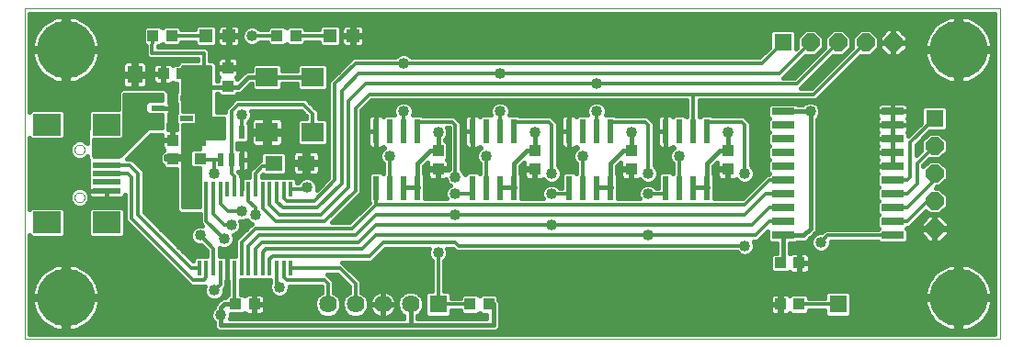
<source format=gtl>
G75*
G70*
%OFA0B0*%
%FSLAX24Y24*%
%IPPOS*%
%LPD*%
%AMOC8*
5,1,8,0,0,1.08239X$1,22.5*
%
%ADD10C,0.0000*%
%ADD11R,0.0236X0.0866*%
%ADD12R,0.0640X0.0640*%
%ADD13OC8,0.0640*%
%ADD14R,0.0394X0.0433*%
%ADD15R,0.0984X0.0197*%
%ADD16R,0.0984X0.0787*%
%ADD17R,0.0472X0.0217*%
%ADD18R,0.0551X0.0630*%
%ADD19R,0.0433X0.0394*%
%ADD20R,0.0137X0.0550*%
%ADD21R,0.0630X0.0551*%
%ADD22R,0.0787X0.0709*%
%ADD23R,0.0217X0.0472*%
%ADD24C,0.2100*%
%ADD25C,0.0640*%
%ADD26R,0.0472X0.0472*%
%ADD27R,0.0800X0.0260*%
%ADD28C,0.0160*%
%ADD29C,0.0400*%
%ADD30C,0.0120*%
D10*
X000474Y006447D02*
X000474Y018443D01*
X035844Y018443D01*
X035844Y006447D01*
X000474Y006447D01*
X002297Y011581D02*
X002299Y011607D01*
X002305Y011633D01*
X002315Y011658D01*
X002328Y011681D01*
X002344Y011701D01*
X002364Y011719D01*
X002386Y011734D01*
X002409Y011746D01*
X002435Y011754D01*
X002461Y011758D01*
X002487Y011758D01*
X002513Y011754D01*
X002539Y011746D01*
X002563Y011734D01*
X002584Y011719D01*
X002604Y011701D01*
X002620Y011681D01*
X002633Y011658D01*
X002643Y011633D01*
X002649Y011607D01*
X002651Y011581D01*
X002649Y011555D01*
X002643Y011529D01*
X002633Y011504D01*
X002620Y011481D01*
X002604Y011461D01*
X002584Y011443D01*
X002562Y011428D01*
X002539Y011416D01*
X002513Y011408D01*
X002487Y011404D01*
X002461Y011404D01*
X002435Y011408D01*
X002409Y011416D01*
X002385Y011428D01*
X002364Y011443D01*
X002344Y011461D01*
X002328Y011481D01*
X002315Y011504D01*
X002305Y011529D01*
X002299Y011555D01*
X002297Y011581D01*
X002297Y013313D02*
X002299Y013339D01*
X002305Y013365D01*
X002315Y013390D01*
X002328Y013413D01*
X002344Y013433D01*
X002364Y013451D01*
X002386Y013466D01*
X002409Y013478D01*
X002435Y013486D01*
X002461Y013490D01*
X002487Y013490D01*
X002513Y013486D01*
X002539Y013478D01*
X002563Y013466D01*
X002584Y013451D01*
X002604Y013433D01*
X002620Y013413D01*
X002633Y013390D01*
X002643Y013365D01*
X002649Y013339D01*
X002651Y013313D01*
X002649Y013287D01*
X002643Y013261D01*
X002633Y013236D01*
X002620Y013213D01*
X002604Y013193D01*
X002584Y013175D01*
X002562Y013160D01*
X002539Y013148D01*
X002513Y013140D01*
X002487Y013136D01*
X002461Y013136D01*
X002435Y013140D01*
X002409Y013148D01*
X002385Y013160D01*
X002364Y013175D01*
X002344Y013193D01*
X002328Y013213D01*
X002315Y013236D01*
X002305Y013261D01*
X002299Y013287D01*
X002297Y013313D01*
D11*
X013224Y013971D03*
X013724Y013971D03*
X014224Y013971D03*
X014724Y013971D03*
X016724Y013971D03*
X017224Y013971D03*
X017724Y013971D03*
X018224Y013971D03*
X020224Y013971D03*
X020724Y013971D03*
X021224Y013971D03*
X021724Y013971D03*
X023724Y013971D03*
X024224Y013971D03*
X024724Y013971D03*
X025224Y013971D03*
X025224Y011923D03*
X024724Y011923D03*
X024224Y011923D03*
X023724Y011923D03*
X021724Y011923D03*
X021224Y011923D03*
X020724Y011923D03*
X020224Y011923D03*
X018224Y011923D03*
X017724Y011923D03*
X017224Y011923D03*
X016724Y011923D03*
X014724Y011923D03*
X014224Y011923D03*
X013724Y011923D03*
X013224Y011923D03*
D12*
X015474Y007697D03*
X029974Y007697D03*
X033474Y014447D03*
X027974Y017197D03*
D13*
X028974Y017197D03*
X029974Y017197D03*
X030974Y017197D03*
X031974Y017197D03*
X033474Y013447D03*
X033474Y012447D03*
X033474Y011447D03*
X033474Y010447D03*
D14*
X028558Y007697D03*
X027889Y007697D03*
X025974Y012612D03*
X025974Y013282D03*
X022474Y013282D03*
X022474Y012612D03*
X018974Y012612D03*
X018974Y013282D03*
X015474Y013282D03*
X015474Y012612D03*
X007849Y015612D03*
X007849Y016282D03*
X009639Y017447D03*
X010308Y017447D03*
X005808Y017447D03*
X005139Y017447D03*
X005849Y013657D03*
X005849Y012987D03*
X016639Y007697D03*
X017308Y007697D03*
D15*
X003458Y011817D03*
X003458Y012132D03*
X003458Y012447D03*
X003458Y012762D03*
X003458Y013077D03*
D16*
X003458Y014219D03*
X001293Y014219D03*
X001293Y010675D03*
X003458Y010675D03*
D17*
X005337Y014448D03*
X005337Y014822D03*
X005337Y015196D03*
X006361Y015196D03*
X006361Y014448D03*
D18*
X004474Y014856D03*
X004474Y016037D03*
D19*
X005514Y016072D03*
X006183Y016072D03*
X006849Y013657D03*
X006849Y012987D03*
X008139Y007697D03*
X008808Y007697D03*
X027889Y009197D03*
X028558Y009197D03*
D20*
X010137Y009008D03*
X009881Y009008D03*
X009625Y009008D03*
X009369Y009008D03*
X009113Y009008D03*
X008858Y009008D03*
X008602Y009008D03*
X008346Y009008D03*
X008090Y009008D03*
X007834Y009008D03*
X007578Y009008D03*
X007322Y009008D03*
X007066Y009008D03*
X006810Y009008D03*
X006810Y011886D03*
X007066Y011886D03*
X007322Y011886D03*
X007578Y011886D03*
X007834Y011886D03*
X008090Y011886D03*
X008346Y011886D03*
X008602Y011886D03*
X008858Y011886D03*
X009113Y011886D03*
X009369Y011886D03*
X009625Y011886D03*
X009881Y011886D03*
X010137Y011886D03*
D21*
X010689Y012822D03*
X009508Y012822D03*
D22*
X009272Y013947D03*
X010925Y013947D03*
X010925Y015947D03*
X009272Y015947D03*
D23*
X008348Y013959D03*
X007600Y013959D03*
X007600Y012935D03*
X007974Y012935D03*
X008348Y012935D03*
D24*
X001974Y016947D03*
X001974Y007947D03*
X034349Y007947D03*
X034349Y016947D03*
D25*
X014474Y007697D03*
X013474Y007697D03*
X012474Y007697D03*
X011474Y007697D03*
D26*
X011560Y017447D03*
X012387Y017447D03*
X007887Y017447D03*
X007060Y017447D03*
D27*
X027994Y014697D03*
X027994Y014197D03*
X027994Y013697D03*
X027994Y013197D03*
X027994Y012697D03*
X027994Y012197D03*
X027994Y011697D03*
X027994Y011197D03*
X027994Y010697D03*
X027994Y010197D03*
X031954Y010197D03*
X031954Y010697D03*
X031954Y011197D03*
X031954Y011697D03*
X031954Y012197D03*
X031954Y012697D03*
X031954Y013197D03*
X031954Y013697D03*
X031954Y014197D03*
X031954Y014697D03*
D28*
X032534Y014697D01*
X032534Y014851D01*
X032521Y014896D01*
X032498Y014937D01*
X032464Y014971D01*
X032423Y014995D01*
X032377Y015007D01*
X031954Y015007D01*
X031954Y014697D01*
X031954Y014697D01*
X031953Y014697D01*
X031953Y014697D01*
X031374Y014697D01*
X031374Y014851D01*
X031386Y014896D01*
X031410Y014937D01*
X031443Y014971D01*
X031484Y014995D01*
X031530Y015007D01*
X031953Y015007D01*
X031953Y014697D01*
X031374Y014697D01*
X031374Y014543D01*
X031386Y014497D01*
X031410Y014456D01*
X031419Y014447D01*
X031410Y014437D01*
X031386Y014396D01*
X031374Y014351D01*
X031374Y014197D01*
X031953Y014197D01*
X031953Y014197D01*
X031374Y014197D01*
X031374Y014043D01*
X031386Y013997D01*
X031410Y013956D01*
X031419Y013947D01*
X031410Y013937D01*
X031386Y013896D01*
X031374Y013851D01*
X031374Y013697D01*
X031953Y013697D01*
X031953Y013697D01*
X031374Y013697D01*
X031374Y013543D01*
X031386Y013497D01*
X031410Y013456D01*
X031419Y013447D01*
X031410Y013437D01*
X031386Y013396D01*
X031374Y013351D01*
X031374Y013197D01*
X031953Y013197D01*
X031953Y013197D01*
X031374Y013197D01*
X031374Y013043D01*
X031386Y012997D01*
X031410Y012956D01*
X031419Y012947D01*
X031410Y012937D01*
X031386Y012896D01*
X031374Y012851D01*
X031374Y012697D01*
X031953Y012697D01*
X031953Y012697D01*
X031374Y012697D01*
X031374Y012543D01*
X031386Y012497D01*
X031410Y012456D01*
X031433Y012433D01*
X031394Y012393D01*
X031394Y012001D01*
X031447Y011947D01*
X031394Y011893D01*
X031394Y011501D01*
X031447Y011447D01*
X031394Y011393D01*
X031394Y011001D01*
X031447Y010947D01*
X031394Y010893D01*
X031394Y010501D01*
X031447Y010447D01*
X031417Y010417D01*
X029690Y010417D01*
X029508Y010417D01*
X029398Y010307D01*
X029277Y010307D01*
X029145Y010252D01*
X029044Y010151D01*
X028989Y010019D01*
X028989Y009875D01*
X029044Y009743D01*
X029145Y009642D01*
X029277Y009587D01*
X029420Y009587D01*
X029553Y009642D01*
X029654Y009743D01*
X029709Y009875D01*
X029709Y009977D01*
X031417Y009977D01*
X031487Y009907D01*
X032420Y009907D01*
X032514Y010001D01*
X032514Y010393D01*
X032460Y010447D01*
X032490Y010477D01*
X032565Y010477D01*
X032694Y010606D01*
X033165Y011077D01*
X033275Y010967D01*
X033672Y010967D01*
X033954Y011248D01*
X033954Y011646D01*
X033672Y011927D01*
X033515Y011927D01*
X033555Y011967D01*
X033672Y011967D01*
X033954Y012248D01*
X033954Y012646D01*
X033672Y012927D01*
X033275Y012927D01*
X033069Y012721D01*
X033069Y012731D01*
X033305Y012967D01*
X033672Y012967D01*
X033954Y013248D01*
X033954Y013646D01*
X033672Y013927D01*
X033275Y013927D01*
X032994Y013646D01*
X032994Y013278D01*
X032819Y013103D01*
X032819Y013481D01*
X033305Y013967D01*
X033860Y013967D01*
X033954Y014061D01*
X033954Y014833D01*
X033860Y014927D01*
X033087Y014927D01*
X032994Y014833D01*
X032994Y014278D01*
X032534Y013818D01*
X032534Y013851D01*
X032521Y013896D01*
X032498Y013937D01*
X032488Y013947D01*
X032498Y013956D01*
X032521Y013997D01*
X032534Y014043D01*
X032534Y014197D01*
X032534Y014351D01*
X032521Y014396D01*
X032498Y014437D01*
X032488Y014447D01*
X032498Y014456D01*
X032521Y014497D01*
X032534Y014543D01*
X032534Y014697D01*
X031954Y014697D01*
X031954Y014696D02*
X031954Y014387D01*
X031954Y014197D01*
X032534Y014197D01*
X031954Y014197D01*
X031954Y014197D01*
X031953Y014197D01*
X031953Y014387D01*
X031953Y014696D01*
X031954Y014696D01*
X031953Y014704D02*
X031954Y014704D01*
X031953Y014862D02*
X031954Y014862D01*
X032531Y014862D02*
X033023Y014862D01*
X032994Y014704D02*
X032534Y014704D01*
X032534Y014545D02*
X032994Y014545D01*
X032994Y014386D02*
X032524Y014386D01*
X032534Y014228D02*
X032944Y014228D01*
X032785Y014069D02*
X032534Y014069D01*
X032513Y013911D02*
X032626Y013911D01*
X033090Y013752D02*
X033100Y013752D01*
X032994Y013594D02*
X032932Y013594D01*
X032994Y013435D02*
X032819Y013435D01*
X032819Y013277D02*
X032992Y013277D01*
X032834Y013118D02*
X032819Y013118D01*
X033139Y012801D02*
X033149Y012801D01*
X033297Y012960D02*
X035664Y012960D01*
X035664Y013118D02*
X033824Y013118D01*
X033954Y013277D02*
X035664Y013277D01*
X035664Y013435D02*
X033954Y013435D01*
X033954Y013594D02*
X035664Y013594D01*
X035664Y013752D02*
X033847Y013752D01*
X033689Y013911D02*
X035664Y013911D01*
X035664Y014069D02*
X033954Y014069D01*
X033954Y014228D02*
X035664Y014228D01*
X035664Y014386D02*
X033954Y014386D01*
X033954Y014545D02*
X035664Y014545D01*
X035664Y014704D02*
X033954Y014704D01*
X033925Y014862D02*
X035664Y014862D01*
X035664Y015021D02*
X029133Y015021D01*
X029178Y015002D02*
X029045Y015057D01*
X028902Y015057D01*
X028770Y015002D01*
X028705Y014937D01*
X028510Y014937D01*
X028460Y014987D01*
X027527Y014987D01*
X027434Y014893D01*
X027434Y014501D01*
X027487Y014447D01*
X027434Y014393D01*
X027434Y014001D01*
X027487Y013947D01*
X027434Y013893D01*
X027434Y013501D01*
X027487Y013447D01*
X027434Y013393D01*
X027434Y013001D01*
X027487Y012947D01*
X027434Y012893D01*
X027434Y012501D01*
X027487Y012447D01*
X027457Y012417D01*
X027383Y012417D01*
X027254Y012288D01*
X026508Y011542D01*
X025502Y011542D01*
X025502Y012423D01*
X025464Y012461D01*
X025464Y012722D01*
X025598Y012857D01*
X025597Y012853D01*
X025597Y012631D01*
X025955Y012631D01*
X025955Y012594D01*
X025597Y012594D01*
X025597Y012372D01*
X025609Y012326D01*
X025633Y012285D01*
X025666Y012252D01*
X025707Y012228D01*
X025753Y012216D01*
X025955Y012216D01*
X025955Y012594D01*
X025992Y012594D01*
X025992Y012216D01*
X026194Y012216D01*
X026240Y012228D01*
X026281Y012252D01*
X026287Y012258D01*
X026294Y012243D01*
X026395Y012142D01*
X026527Y012087D01*
X026670Y012087D01*
X026803Y012142D01*
X026904Y012243D01*
X026959Y012375D01*
X026959Y012519D01*
X026904Y012651D01*
X026819Y012736D01*
X026819Y014106D01*
X026819Y014288D01*
X026694Y014413D01*
X026565Y014542D01*
X025430Y014542D01*
X025408Y014564D01*
X025039Y014564D01*
X024974Y014498D01*
X024944Y014528D01*
X024944Y015102D01*
X029008Y015102D01*
X029190Y015102D01*
X030805Y016717D01*
X031172Y016717D01*
X031454Y016998D01*
X031454Y017396D01*
X031172Y017677D01*
X030775Y017677D01*
X030494Y017396D01*
X030494Y017028D01*
X029008Y015542D01*
X028630Y015542D01*
X029805Y016717D01*
X030172Y016717D01*
X030454Y016998D01*
X030454Y017396D01*
X030172Y017677D01*
X029775Y017677D01*
X029494Y017396D01*
X029494Y017028D01*
X028383Y015917D01*
X028005Y015917D01*
X028805Y016717D01*
X029172Y016717D01*
X029454Y016998D01*
X029454Y017396D01*
X029172Y017677D01*
X028775Y017677D01*
X028494Y017396D01*
X028494Y017028D01*
X028454Y016988D01*
X028454Y017583D01*
X028360Y017677D01*
X027587Y017677D01*
X027494Y017583D01*
X027494Y017028D01*
X027133Y016667D01*
X014513Y016667D01*
X014428Y016752D01*
X014295Y016807D01*
X014152Y016807D01*
X014020Y016752D01*
X013935Y016667D01*
X012383Y016667D01*
X012254Y016538D01*
X011633Y015917D01*
X011633Y015917D01*
X011504Y015788D01*
X011504Y012288D01*
X011078Y011863D01*
X011084Y011875D01*
X011084Y012019D01*
X011029Y012151D01*
X010928Y012252D01*
X010795Y012307D01*
X010652Y012307D01*
X010520Y012252D01*
X010419Y012151D01*
X010400Y012106D01*
X010366Y012106D01*
X010366Y012228D01*
X010272Y012321D01*
X010016Y012321D01*
X009760Y012321D01*
X009504Y012321D01*
X009248Y012321D01*
X009078Y012321D01*
X009078Y012365D01*
X009113Y012400D01*
X009127Y012386D01*
X009889Y012386D01*
X009983Y012480D01*
X009983Y013164D01*
X009889Y013257D01*
X009127Y013257D01*
X009033Y013164D01*
X009033Y012917D01*
X009008Y012917D01*
X008879Y012788D01*
X008638Y012547D01*
X008638Y012365D01*
X008638Y012321D01*
X008497Y012321D01*
X008484Y012329D01*
X008438Y012341D01*
X008346Y012341D01*
X008346Y011887D01*
X008346Y011887D01*
X008346Y012341D01*
X008310Y012341D01*
X008310Y012422D01*
X008212Y012520D01*
X008216Y012519D01*
X008347Y012519D01*
X008347Y012935D01*
X008348Y012935D01*
X008348Y012935D01*
X008636Y012935D01*
X008636Y012675D01*
X008624Y012629D01*
X008600Y012588D01*
X008566Y012555D01*
X008525Y012531D01*
X008480Y012519D01*
X008348Y012519D01*
X008348Y012935D01*
X008636Y012935D01*
X008636Y013195D01*
X008624Y013241D01*
X008600Y013282D01*
X008566Y013315D01*
X008525Y013339D01*
X008480Y013351D01*
X008348Y013351D01*
X008348Y012936D01*
X008347Y012936D01*
X008347Y013351D01*
X008216Y013351D01*
X008194Y013345D01*
X008194Y013563D01*
X008522Y013563D01*
X008616Y013656D01*
X008616Y014261D01*
X008581Y014296D01*
X008654Y014368D01*
X008709Y014500D01*
X008709Y014644D01*
X008674Y014727D01*
X010508Y014727D01*
X010705Y014529D01*
X010705Y014461D01*
X010465Y014461D01*
X010372Y014368D01*
X010372Y013526D01*
X010465Y013433D01*
X011385Y013433D01*
X011479Y013526D01*
X011479Y014368D01*
X011385Y014461D01*
X011145Y014461D01*
X011145Y014529D01*
X011145Y014711D01*
X010819Y015038D01*
X010690Y015167D01*
X008315Y015167D01*
X008133Y015167D01*
X007883Y014917D01*
X007754Y014788D01*
X007754Y014667D01*
X007633Y014667D01*
X007444Y014667D01*
X007444Y015332D01*
X007492Y015332D01*
X007492Y015329D01*
X007586Y015236D01*
X008112Y015236D01*
X008206Y015329D01*
X008206Y015332D01*
X008271Y015332D01*
X008360Y015368D01*
X008427Y015436D01*
X008698Y015707D01*
X008718Y015707D01*
X008718Y015526D01*
X008812Y015433D01*
X009732Y015433D01*
X009826Y015526D01*
X009826Y015707D01*
X010372Y015707D01*
X010372Y015526D01*
X010465Y015433D01*
X011385Y015433D01*
X011479Y015526D01*
X011479Y016368D01*
X011385Y016461D01*
X010465Y016461D01*
X010372Y016368D01*
X010372Y016187D01*
X009826Y016187D01*
X009826Y016368D01*
X009732Y016461D01*
X008812Y016461D01*
X008718Y016368D01*
X008718Y016187D01*
X008646Y016187D01*
X008551Y016187D01*
X008463Y016150D01*
X008206Y015893D01*
X008206Y015895D01*
X008168Y015933D01*
X008190Y015954D01*
X008213Y015996D01*
X008226Y016041D01*
X008226Y016263D01*
X007867Y016263D01*
X007867Y016300D01*
X007830Y016300D01*
X007830Y016263D01*
X007472Y016263D01*
X007472Y016041D01*
X007484Y015996D01*
X007508Y015954D01*
X007530Y015933D01*
X007492Y015895D01*
X007492Y015812D01*
X007444Y015812D01*
X007444Y016413D01*
X007315Y016542D01*
X007194Y016542D01*
X007194Y016912D01*
X007065Y017041D01*
X006883Y017041D01*
X005334Y017041D01*
X005336Y017070D01*
X005402Y017070D01*
X005474Y017142D01*
X005545Y017070D01*
X006071Y017070D01*
X006165Y017164D01*
X006165Y017227D01*
X006664Y017227D01*
X006664Y017144D01*
X006758Y017051D01*
X007363Y017051D01*
X007456Y017144D01*
X007456Y017749D01*
X007363Y017843D01*
X006758Y017843D01*
X006664Y017749D01*
X006664Y017667D01*
X006165Y017667D01*
X006165Y017730D01*
X006071Y017823D01*
X005545Y017823D01*
X005474Y017752D01*
X005402Y017823D01*
X004876Y017823D01*
X004782Y017730D01*
X004782Y017164D01*
X004876Y017070D01*
X004895Y017070D01*
X004885Y016918D01*
X004880Y016912D01*
X004880Y016828D01*
X004874Y016744D01*
X004880Y016738D01*
X004880Y016730D01*
X004939Y016670D01*
X004995Y016607D01*
X005003Y016607D01*
X005009Y016601D01*
X005093Y016601D01*
X005177Y016596D01*
X005183Y016601D01*
X006754Y016601D01*
X006754Y016542D01*
X006315Y016542D01*
X006133Y016542D01*
X006019Y016429D01*
X005901Y016429D01*
X005863Y016391D01*
X005841Y016413D01*
X005800Y016436D01*
X005754Y016449D01*
X005532Y016449D01*
X005532Y016091D01*
X005496Y016091D01*
X005496Y016449D01*
X005274Y016449D01*
X005228Y016436D01*
X005187Y016413D01*
X005153Y016379D01*
X005130Y016338D01*
X005118Y016292D01*
X005118Y016090D01*
X005495Y016090D01*
X005495Y016053D01*
X005118Y016053D01*
X005118Y015851D01*
X005130Y015806D01*
X005153Y015765D01*
X005187Y015731D01*
X005228Y015707D01*
X005274Y015695D01*
X005496Y015695D01*
X005496Y016053D01*
X005532Y016053D01*
X005532Y015695D01*
X005754Y015695D01*
X005800Y015707D01*
X005841Y015731D01*
X005863Y015753D01*
X005901Y015715D01*
X006004Y015715D01*
X006004Y015410D01*
X005964Y015370D01*
X005964Y015021D01*
X006004Y014982D01*
X006004Y014662D01*
X005964Y014622D01*
X005964Y014273D01*
X006004Y014234D01*
X006004Y014053D01*
X005867Y014053D01*
X005867Y013675D01*
X005830Y013675D01*
X005830Y013638D01*
X005472Y013638D01*
X005472Y013416D01*
X005484Y013371D01*
X005508Y013329D01*
X005530Y013308D01*
X005514Y013292D01*
X005508Y013292D01*
X005379Y013163D01*
X005379Y012981D01*
X005379Y012856D01*
X005492Y012743D01*
X005492Y012704D01*
X005586Y012611D01*
X006004Y012611D01*
X006004Y011106D01*
X006133Y010977D01*
X006315Y010977D01*
X006846Y010977D01*
X006846Y010821D01*
X006846Y010638D01*
X006933Y010552D01*
X006920Y010557D01*
X006777Y010557D01*
X006645Y010502D01*
X006544Y010401D01*
X006489Y010269D01*
X006489Y010125D01*
X006544Y009993D01*
X006645Y009892D01*
X006777Y009837D01*
X006898Y009837D01*
X007102Y009632D01*
X007102Y009443D01*
X006945Y009443D01*
X006676Y009443D01*
X006582Y009349D01*
X006582Y009275D01*
X004819Y011038D01*
X004819Y012538D01*
X004690Y012667D01*
X004375Y012982D01*
X004195Y012982D01*
X005065Y013852D01*
X005472Y013852D01*
X005472Y013675D01*
X005830Y013675D01*
X005830Y014053D01*
X005694Y014053D01*
X005694Y014163D01*
X005694Y014234D01*
X005733Y014273D01*
X005733Y014622D01*
X005730Y014625D01*
X005741Y014644D01*
X005753Y014690D01*
X005753Y014822D01*
X005753Y014954D01*
X005741Y015000D01*
X005730Y015018D01*
X005733Y015021D01*
X005733Y015370D01*
X005694Y015410D01*
X005694Y015413D01*
X005565Y015542D01*
X005383Y015542D01*
X004008Y015542D01*
X003879Y015413D01*
X003879Y015231D01*
X003879Y014772D01*
X002900Y014772D01*
X002806Y014679D01*
X002806Y014090D01*
X002754Y014038D01*
X002754Y013856D01*
X002754Y013538D01*
X002676Y013616D01*
X002545Y013670D01*
X002403Y013670D01*
X002271Y013616D01*
X002171Y013515D01*
X002117Y013384D01*
X002117Y013242D01*
X002171Y013111D01*
X002271Y013010D01*
X002403Y012956D01*
X002545Y012956D01*
X002676Y013010D01*
X002754Y013088D01*
X002754Y012981D01*
X002806Y012929D01*
X002806Y012912D01*
X002806Y012597D01*
X002806Y012297D01*
X002806Y011998D01*
X002798Y011985D01*
X002786Y011939D01*
X002786Y011817D01*
X003458Y011817D01*
X003458Y011539D01*
X003974Y011539D01*
X004020Y011551D01*
X004061Y011575D01*
X004094Y011608D01*
X004118Y011649D01*
X004129Y011690D01*
X004129Y010913D01*
X004129Y010731D01*
X006508Y008352D01*
X006690Y008352D01*
X007023Y008352D01*
X006989Y008269D01*
X006989Y008125D01*
X007044Y007993D01*
X007145Y007892D01*
X007277Y007837D01*
X007420Y007837D01*
X007553Y007892D01*
X007654Y007993D01*
X007709Y008125D01*
X007709Y008246D01*
X007798Y008335D01*
X007798Y008517D01*
X007798Y008553D01*
X007834Y008553D01*
X007870Y008553D01*
X007870Y008054D01*
X007856Y008054D01*
X007763Y007960D01*
X007763Y007937D01*
X007676Y007937D01*
X007588Y007900D01*
X007520Y007833D01*
X007395Y007708D01*
X007359Y007620D01*
X007359Y007591D01*
X007294Y007526D01*
X007239Y007394D01*
X007239Y007250D01*
X007294Y007118D01*
X007359Y007053D01*
X007359Y006995D01*
X007359Y006899D01*
X007395Y006811D01*
X007463Y006743D01*
X007551Y006707D01*
X014426Y006707D01*
X017521Y006707D01*
X017610Y006743D01*
X017677Y006811D01*
X017714Y006899D01*
X017714Y006995D01*
X017714Y007745D01*
X017677Y007833D01*
X017665Y007845D01*
X017665Y007980D01*
X017571Y008073D01*
X017045Y008073D01*
X016974Y008002D01*
X016902Y008073D01*
X016376Y008073D01*
X016282Y007980D01*
X016282Y007917D01*
X015954Y007917D01*
X015954Y008083D01*
X015860Y008177D01*
X015694Y008177D01*
X015694Y009283D01*
X015779Y009368D01*
X015834Y009500D01*
X015834Y009644D01*
X015799Y009727D01*
X016008Y009727D01*
X016133Y009602D01*
X016315Y009602D01*
X026310Y009602D01*
X026395Y009517D01*
X026527Y009462D01*
X026670Y009462D01*
X026803Y009517D01*
X026904Y009618D01*
X026959Y009750D01*
X026959Y009894D01*
X026924Y009977D01*
X027065Y009977D01*
X027434Y010346D01*
X027434Y010001D01*
X027527Y009907D01*
X027754Y009907D01*
X027754Y009554D01*
X027606Y009554D01*
X027513Y009460D01*
X027513Y008934D01*
X027606Y008840D01*
X028172Y008840D01*
X028210Y008878D01*
X028231Y008856D01*
X028272Y008832D01*
X028318Y008820D01*
X028540Y008820D01*
X028540Y009178D01*
X028577Y009178D01*
X028577Y008820D01*
X028799Y008820D01*
X028844Y008832D01*
X028885Y008856D01*
X028919Y008890D01*
X028943Y008931D01*
X028955Y008976D01*
X028955Y009178D01*
X028577Y009178D01*
X028577Y009215D01*
X028955Y009215D01*
X028955Y009417D01*
X028943Y009463D01*
X028919Y009504D01*
X028885Y009538D01*
X028844Y009561D01*
X028799Y009574D01*
X028577Y009574D01*
X028577Y009216D01*
X028540Y009216D01*
X028540Y009574D01*
X028318Y009574D01*
X028272Y009561D01*
X028234Y009539D01*
X028234Y009907D01*
X028460Y009907D01*
X028510Y009957D01*
X028771Y009957D01*
X028860Y009993D01*
X028927Y010061D01*
X029110Y010243D01*
X029177Y010311D01*
X029214Y010399D01*
X029214Y014428D01*
X029279Y014493D01*
X029334Y014625D01*
X029334Y014769D01*
X029279Y014901D01*
X029178Y015002D01*
X029295Y014862D02*
X031377Y014862D01*
X031374Y014704D02*
X029334Y014704D01*
X029300Y014545D02*
X031374Y014545D01*
X031383Y014386D02*
X029214Y014386D01*
X029214Y014228D02*
X031374Y014228D01*
X031374Y014069D02*
X029214Y014069D01*
X029214Y013911D02*
X031394Y013911D01*
X031374Y013752D02*
X029214Y013752D01*
X029214Y013594D02*
X031374Y013594D01*
X031408Y013435D02*
X029214Y013435D01*
X029214Y013277D02*
X031374Y013277D01*
X031374Y013118D02*
X029214Y013118D01*
X029214Y012960D02*
X031408Y012960D01*
X031374Y012801D02*
X029214Y012801D01*
X029214Y012642D02*
X031374Y012642D01*
X031394Y012484D02*
X029214Y012484D01*
X029214Y012325D02*
X031394Y012325D01*
X031394Y012167D02*
X029214Y012167D01*
X029214Y012008D02*
X031394Y012008D01*
X031394Y011850D02*
X029214Y011850D01*
X029214Y011691D02*
X031394Y011691D01*
X031394Y011533D02*
X029214Y011533D01*
X029214Y011374D02*
X031394Y011374D01*
X031394Y011216D02*
X029214Y011216D01*
X029214Y011057D02*
X031394Y011057D01*
X031399Y010898D02*
X029214Y010898D01*
X029214Y010740D02*
X031394Y010740D01*
X031394Y010581D02*
X029214Y010581D01*
X029214Y010423D02*
X031423Y010423D01*
X031447Y009947D02*
X029709Y009947D01*
X029673Y009789D02*
X035664Y009789D01*
X035664Y009947D02*
X033681Y009947D01*
X033974Y010240D01*
X033974Y010427D01*
X033494Y010427D01*
X033494Y010467D01*
X033974Y010467D01*
X033974Y010654D01*
X033681Y010947D01*
X033494Y010947D01*
X033494Y010467D01*
X033454Y010467D01*
X033454Y010947D01*
X033267Y010947D01*
X032974Y010654D01*
X032974Y010467D01*
X033453Y010467D01*
X033453Y010427D01*
X032974Y010427D01*
X032974Y010240D01*
X033267Y009947D01*
X033454Y009947D01*
X033454Y010427D01*
X033494Y010427D01*
X033494Y009947D01*
X033681Y009947D01*
X033494Y009947D02*
X033454Y009947D01*
X033454Y010106D02*
X033494Y010106D01*
X033494Y010264D02*
X033454Y010264D01*
X033454Y010423D02*
X033494Y010423D01*
X033494Y010581D02*
X033454Y010581D01*
X033454Y010740D02*
X033494Y010740D01*
X033494Y010898D02*
X033454Y010898D01*
X033218Y010898D02*
X032986Y010898D01*
X033060Y010740D02*
X032828Y010740D01*
X032974Y010581D02*
X032669Y010581D01*
X032484Y010423D02*
X032974Y010423D01*
X032974Y010264D02*
X032514Y010264D01*
X032514Y010106D02*
X033108Y010106D01*
X033266Y009947D02*
X032460Y009947D01*
X033840Y010106D02*
X035664Y010106D01*
X035664Y010264D02*
X033974Y010264D01*
X033974Y010423D02*
X035664Y010423D01*
X035664Y010581D02*
X033974Y010581D01*
X033888Y010740D02*
X035664Y010740D01*
X035664Y010898D02*
X033729Y010898D01*
X033763Y011057D02*
X035664Y011057D01*
X035664Y011216D02*
X033921Y011216D01*
X033954Y011374D02*
X035664Y011374D01*
X035664Y011533D02*
X033954Y011533D01*
X033908Y011691D02*
X035664Y011691D01*
X035664Y011850D02*
X033750Y011850D01*
X033714Y012008D02*
X035664Y012008D01*
X035664Y012167D02*
X033872Y012167D01*
X033954Y012325D02*
X035664Y012325D01*
X035664Y012484D02*
X033954Y012484D01*
X033954Y012642D02*
X035664Y012642D01*
X035664Y012801D02*
X033798Y012801D01*
X031954Y012801D02*
X031953Y012801D01*
X031953Y012887D02*
X031953Y012697D01*
X031954Y012697D01*
X031954Y012887D01*
X031954Y013196D01*
X031953Y013196D01*
X031953Y012887D01*
X031953Y012960D02*
X031954Y012960D01*
X031953Y013118D02*
X031954Y013118D01*
X031953Y013197D02*
X031953Y013387D01*
X031953Y013696D01*
X031954Y013696D01*
X031954Y013387D01*
X031954Y013197D01*
X031953Y013197D01*
X031953Y013277D02*
X031954Y013277D01*
X031953Y013435D02*
X031954Y013435D01*
X031953Y013594D02*
X031954Y013594D01*
X031953Y013697D02*
X031953Y014007D01*
X031953Y014196D01*
X031954Y014196D01*
X031954Y014007D01*
X031954Y013697D01*
X031953Y013697D01*
X031953Y013752D02*
X031954Y013752D01*
X031953Y013911D02*
X031954Y013911D01*
X031953Y014069D02*
X031954Y014069D01*
X031953Y014228D02*
X031954Y014228D01*
X031953Y014386D02*
X031954Y014386D01*
X031953Y014545D02*
X031954Y014545D01*
X033249Y013911D02*
X033259Y013911D01*
X035664Y015179D02*
X029267Y015179D01*
X029426Y015338D02*
X035664Y015338D01*
X035664Y015496D02*
X029584Y015496D01*
X029743Y015655D02*
X035664Y015655D01*
X035664Y015813D02*
X034829Y015813D01*
X034820Y015809D02*
X034945Y015869D01*
X035062Y015942D01*
X035170Y016028D01*
X035267Y016126D01*
X035353Y016234D01*
X035427Y016351D01*
X035487Y016475D01*
X035532Y016606D01*
X035664Y016606D01*
X035532Y016606D02*
X035563Y016741D01*
X035577Y016867D01*
X034429Y016867D01*
X034429Y017027D01*
X035577Y017027D01*
X035563Y017153D01*
X035532Y017288D01*
X035487Y017418D01*
X035427Y017543D01*
X035353Y017660D01*
X035267Y017768D01*
X035170Y017865D01*
X035062Y017952D01*
X034945Y018025D01*
X034820Y018085D01*
X034690Y018131D01*
X034555Y018161D01*
X034429Y018176D01*
X034429Y017027D01*
X034269Y017027D01*
X034269Y018176D01*
X034142Y018161D01*
X034008Y018131D01*
X033877Y018085D01*
X033753Y018025D01*
X033636Y017952D01*
X033528Y017865D01*
X033430Y017768D01*
X033344Y017660D01*
X033270Y017543D01*
X033211Y017418D01*
X033165Y017288D01*
X033134Y017153D01*
X033120Y017027D01*
X034269Y017027D01*
X034269Y016867D01*
X034429Y016867D01*
X034429Y015718D01*
X034555Y015732D01*
X034690Y015763D01*
X034820Y015809D01*
X035099Y015972D02*
X035664Y015972D01*
X035664Y016130D02*
X035271Y016130D01*
X035388Y016289D02*
X035664Y016289D01*
X035664Y016447D02*
X035473Y016447D01*
X035566Y016765D02*
X035664Y016765D01*
X035664Y016923D02*
X034429Y016923D01*
X034429Y016765D02*
X034269Y016765D01*
X034269Y016867D02*
X034269Y015718D01*
X034142Y015732D01*
X034008Y015763D01*
X033877Y015809D01*
X033753Y015869D01*
X033636Y015942D01*
X033528Y016028D01*
X033430Y016126D01*
X033344Y016234D01*
X033270Y016351D01*
X033211Y016475D01*
X033165Y016606D01*
X030694Y016606D01*
X030535Y016447D02*
X033224Y016447D01*
X033165Y016606D02*
X033134Y016741D01*
X033120Y016867D01*
X034269Y016867D01*
X034269Y016923D02*
X032407Y016923D01*
X032474Y016990D02*
X032474Y017177D01*
X031994Y017177D01*
X031994Y017217D01*
X032474Y017217D01*
X032474Y017404D01*
X032181Y017697D01*
X031994Y017697D01*
X031994Y017217D01*
X031954Y017217D01*
X031954Y017697D01*
X031767Y017697D01*
X031474Y017404D01*
X031474Y017217D01*
X031953Y017217D01*
X031953Y017177D01*
X031474Y017177D01*
X031474Y016990D01*
X031767Y016697D01*
X031954Y016697D01*
X031954Y017177D01*
X031994Y017177D01*
X031994Y016697D01*
X032181Y016697D01*
X032474Y016990D01*
X032474Y017082D02*
X033126Y017082D01*
X033154Y017240D02*
X032474Y017240D01*
X032474Y017399D02*
X033204Y017399D01*
X033280Y017557D02*
X032320Y017557D01*
X031994Y017557D02*
X031954Y017557D01*
X031954Y017399D02*
X031994Y017399D01*
X031994Y017240D02*
X031954Y017240D01*
X031954Y017082D02*
X031994Y017082D01*
X031994Y016923D02*
X031954Y016923D01*
X031954Y016765D02*
X031994Y016765D01*
X032248Y016765D02*
X033131Y016765D01*
X033309Y016289D02*
X030377Y016289D01*
X030218Y016130D02*
X033427Y016130D01*
X033599Y015972D02*
X030060Y015972D01*
X029901Y015813D02*
X033868Y015813D01*
X034269Y015813D02*
X034429Y015813D01*
X034429Y015972D02*
X034269Y015972D01*
X034269Y016130D02*
X034429Y016130D01*
X034429Y016289D02*
X034269Y016289D01*
X034269Y016447D02*
X034429Y016447D01*
X034429Y016606D02*
X034269Y016606D01*
X034269Y017082D02*
X034429Y017082D01*
X034429Y017240D02*
X034269Y017240D01*
X034269Y017399D02*
X034429Y017399D01*
X034429Y017557D02*
X034269Y017557D01*
X034269Y017716D02*
X034429Y017716D01*
X034429Y017874D02*
X034269Y017874D01*
X034269Y018033D02*
X034429Y018033D01*
X034928Y018033D02*
X035664Y018033D01*
X035664Y018191D02*
X000654Y018191D01*
X000654Y018263D02*
X035664Y018263D01*
X035664Y006627D01*
X000654Y006627D01*
X000654Y010202D01*
X000734Y010122D01*
X001851Y010122D01*
X001945Y010215D01*
X001945Y011135D01*
X001851Y011229D01*
X000734Y011229D01*
X000654Y011148D01*
X000654Y013745D01*
X000734Y013665D01*
X001851Y013665D01*
X001945Y013759D01*
X001945Y014679D01*
X001851Y014772D01*
X000734Y014772D01*
X000654Y014692D01*
X000654Y018263D01*
X000654Y018033D02*
X001394Y018033D01*
X001378Y018025D02*
X001261Y017952D01*
X001153Y017865D01*
X001055Y017768D01*
X000969Y017660D01*
X000895Y017543D01*
X000836Y017418D01*
X000790Y017288D01*
X000759Y017153D01*
X000745Y017027D01*
X001894Y017027D01*
X001894Y018176D01*
X001767Y018161D01*
X001633Y018131D01*
X001502Y018085D01*
X001378Y018025D01*
X001164Y017874D02*
X000654Y017874D01*
X000654Y017716D02*
X001014Y017716D01*
X000905Y017557D02*
X000654Y017557D01*
X000654Y017399D02*
X000829Y017399D01*
X000779Y017240D02*
X000654Y017240D01*
X000654Y017082D02*
X000751Y017082D01*
X000654Y016923D02*
X001894Y016923D01*
X001894Y016867D02*
X000745Y016867D01*
X000759Y016741D01*
X000790Y016606D01*
X000654Y016606D01*
X000790Y016606D02*
X000836Y016475D01*
X000895Y016351D01*
X000969Y016234D01*
X001055Y016126D01*
X001153Y016028D01*
X001261Y015942D01*
X001378Y015869D01*
X001502Y015809D01*
X001633Y015763D01*
X001767Y015732D01*
X001894Y015718D01*
X001894Y016867D01*
X002054Y016867D01*
X002054Y017027D01*
X003202Y017027D01*
X003188Y017153D01*
X003157Y017288D01*
X003112Y017418D01*
X003052Y017543D01*
X002978Y017660D01*
X002892Y017768D01*
X002795Y017865D01*
X002687Y017952D01*
X002570Y018025D01*
X002445Y018085D01*
X002315Y018131D01*
X002180Y018161D01*
X002054Y018176D01*
X002054Y017027D01*
X001894Y017027D01*
X001894Y016867D01*
X001894Y016765D02*
X002054Y016765D01*
X002054Y016867D02*
X002054Y015718D01*
X002180Y015732D01*
X002315Y015763D01*
X002445Y015809D01*
X002570Y015869D01*
X002687Y015942D01*
X002795Y016028D01*
X002892Y016126D01*
X002978Y016234D01*
X003052Y016351D01*
X003112Y016475D01*
X003157Y016606D01*
X005003Y016606D01*
X004893Y016463D02*
X004860Y016496D01*
X004819Y016520D01*
X004773Y016532D01*
X004531Y016532D01*
X004531Y016096D01*
X004416Y016096D01*
X004416Y016532D01*
X004174Y016532D01*
X004129Y016520D01*
X004088Y016496D01*
X004054Y016463D01*
X004030Y016422D01*
X004018Y016376D01*
X004018Y016095D01*
X004416Y016095D01*
X004416Y015980D01*
X004018Y015980D01*
X004018Y015699D01*
X004030Y015653D01*
X004054Y015612D01*
X004088Y015578D01*
X004129Y015555D01*
X004174Y015543D01*
X004416Y015543D01*
X004416Y015979D01*
X004531Y015979D01*
X004531Y015543D01*
X004773Y015543D01*
X004819Y015555D01*
X004860Y015578D01*
X004893Y015612D01*
X004917Y015653D01*
X004929Y015699D01*
X004929Y015980D01*
X004532Y015980D01*
X004532Y016095D01*
X004929Y016095D01*
X004929Y016376D01*
X004917Y016422D01*
X004893Y016463D01*
X004902Y016447D02*
X005269Y016447D01*
X005118Y016289D02*
X004929Y016289D01*
X004929Y016130D02*
X005118Y016130D01*
X005118Y015972D02*
X004929Y015972D01*
X004929Y015813D02*
X005128Y015813D01*
X004917Y015655D02*
X006004Y015655D01*
X006004Y015496D02*
X005610Y015496D01*
X005733Y015338D02*
X005964Y015338D01*
X005964Y015179D02*
X005733Y015179D01*
X005732Y015021D02*
X005965Y015021D01*
X006004Y014862D02*
X005753Y014862D01*
X005753Y014822D02*
X005337Y014822D01*
X005337Y014822D01*
X005753Y014822D01*
X005753Y014704D02*
X006004Y014704D01*
X005964Y014545D02*
X005733Y014545D01*
X005733Y014386D02*
X005964Y014386D01*
X006004Y014228D02*
X005694Y014228D01*
X005694Y014069D02*
X006004Y014069D01*
X005867Y013911D02*
X005830Y013911D01*
X005830Y013752D02*
X005867Y013752D01*
X005472Y013752D02*
X004965Y013752D01*
X004807Y013594D02*
X005472Y013594D01*
X005472Y013435D02*
X004648Y013435D01*
X004489Y013277D02*
X005492Y013277D01*
X005379Y013118D02*
X004331Y013118D01*
X004397Y012960D02*
X005379Y012960D01*
X005434Y012801D02*
X004556Y012801D01*
X004714Y012642D02*
X005554Y012642D01*
X006004Y012484D02*
X004819Y012484D01*
X004819Y012325D02*
X006004Y012325D01*
X006004Y012167D02*
X004819Y012167D01*
X004819Y012008D02*
X006004Y012008D01*
X006004Y011850D02*
X004819Y011850D01*
X004819Y011691D02*
X006004Y011691D01*
X006004Y011533D02*
X004819Y011533D01*
X004819Y011374D02*
X006004Y011374D01*
X006004Y011216D02*
X004819Y011216D01*
X004819Y011057D02*
X006052Y011057D01*
X006474Y011447D02*
X006474Y011822D01*
X006538Y011886D01*
X006810Y011886D01*
X008248Y012484D02*
X008638Y012484D01*
X008638Y012325D02*
X008490Y012325D01*
X008346Y012325D02*
X008346Y012325D01*
X008346Y012167D02*
X008346Y012167D01*
X008346Y012008D02*
X008346Y012008D01*
X009078Y012325D02*
X011504Y012325D01*
X011504Y012484D02*
X011174Y012484D01*
X011172Y012477D02*
X011184Y012523D01*
X011184Y012764D01*
X010747Y012764D01*
X010747Y012366D01*
X011028Y012366D01*
X011074Y012379D01*
X011115Y012402D01*
X011148Y012436D01*
X011172Y012477D01*
X011184Y012642D02*
X011504Y012642D01*
X011504Y012801D02*
X010747Y012801D01*
X010747Y012764D02*
X010747Y012880D01*
X010631Y012880D01*
X010631Y012764D01*
X010194Y012764D01*
X010194Y012523D01*
X010207Y012477D01*
X010230Y012436D01*
X010264Y012402D01*
X010305Y012379D01*
X010351Y012366D01*
X010631Y012366D01*
X010631Y012764D01*
X010747Y012764D01*
X010747Y012880D02*
X011184Y012880D01*
X011184Y013121D01*
X011172Y013167D01*
X011148Y013208D01*
X011115Y013242D01*
X011074Y013265D01*
X011028Y013277D01*
X010747Y013277D01*
X010631Y013277D01*
X010351Y013277D01*
X010305Y013265D01*
X010264Y013242D01*
X010230Y013208D01*
X010207Y013167D01*
X010194Y013121D01*
X010194Y012880D01*
X010631Y012880D01*
X010631Y013277D01*
X010747Y013277D02*
X010747Y012880D01*
X010747Y012960D02*
X010631Y012960D01*
X010631Y013118D02*
X010747Y013118D01*
X011031Y013277D02*
X011504Y013277D01*
X011504Y013435D02*
X011388Y013435D01*
X011479Y013594D02*
X011504Y013594D01*
X011504Y013752D02*
X011479Y013752D01*
X011479Y013911D02*
X011504Y013911D01*
X011504Y014069D02*
X011479Y014069D01*
X011479Y014228D02*
X011504Y014228D01*
X011504Y014386D02*
X011460Y014386D01*
X011504Y014545D02*
X011145Y014545D01*
X011145Y014704D02*
X011504Y014704D01*
X011504Y014862D02*
X010995Y014862D01*
X010836Y015021D02*
X011504Y015021D01*
X011504Y015179D02*
X007444Y015179D01*
X007444Y015021D02*
X007986Y015021D01*
X007828Y014862D02*
X007444Y014862D01*
X007444Y014704D02*
X007754Y014704D01*
X008661Y014386D02*
X008720Y014386D01*
X008711Y014371D02*
X008734Y014412D01*
X008768Y014445D01*
X008809Y014469D01*
X008854Y014481D01*
X009192Y014481D01*
X009192Y014027D01*
X009352Y014027D01*
X009352Y014481D01*
X009689Y014481D01*
X009735Y014469D01*
X009776Y014445D01*
X009810Y014412D01*
X009833Y014371D01*
X009846Y014325D01*
X009846Y014027D01*
X009352Y014027D01*
X009352Y013867D01*
X009846Y013867D01*
X009846Y013569D01*
X009833Y013523D01*
X009810Y013482D01*
X009776Y013449D01*
X009735Y013425D01*
X009689Y013413D01*
X009352Y013413D01*
X009352Y013867D01*
X009192Y013867D01*
X009192Y013413D01*
X008854Y013413D01*
X008809Y013425D01*
X008768Y013449D01*
X008734Y013482D01*
X008711Y013523D01*
X008698Y013569D01*
X008698Y013867D01*
X009192Y013867D01*
X009192Y014027D01*
X008698Y014027D01*
X008698Y014325D01*
X008711Y014371D01*
X008698Y014228D02*
X008616Y014228D01*
X008616Y014069D02*
X008698Y014069D01*
X008616Y013911D02*
X009192Y013911D01*
X009192Y014069D02*
X009352Y014069D01*
X009352Y013911D02*
X010372Y013911D01*
X010372Y014069D02*
X009846Y014069D01*
X009846Y014228D02*
X010372Y014228D01*
X010391Y014386D02*
X009824Y014386D01*
X009352Y014386D02*
X009192Y014386D01*
X009192Y014228D02*
X009352Y014228D01*
X008709Y014545D02*
X010690Y014545D01*
X010531Y014704D02*
X008684Y014704D01*
X008285Y015338D02*
X011504Y015338D01*
X011504Y015496D02*
X011449Y015496D01*
X011479Y015655D02*
X011504Y015655D01*
X011479Y015813D02*
X011529Y015813D01*
X011479Y015972D02*
X011688Y015972D01*
X011846Y016130D02*
X011479Y016130D01*
X011479Y016289D02*
X012005Y016289D01*
X012163Y016447D02*
X011399Y016447D01*
X012254Y016538D02*
X012254Y016538D01*
X012322Y016606D02*
X008191Y016606D01*
X008190Y016609D02*
X008156Y016642D01*
X008115Y016666D01*
X008069Y016678D01*
X007867Y016678D01*
X007867Y016300D01*
X008226Y016300D01*
X008226Y016522D01*
X008213Y016568D01*
X008190Y016609D01*
X008226Y016447D02*
X008798Y016447D01*
X008718Y016289D02*
X007867Y016289D01*
X007830Y016289D02*
X007444Y016289D01*
X007472Y016300D02*
X007830Y016300D01*
X007830Y016678D01*
X007628Y016678D01*
X007582Y016666D01*
X007541Y016642D01*
X007508Y016609D01*
X007484Y016568D01*
X007472Y016522D01*
X007472Y016300D01*
X007472Y016447D02*
X007409Y016447D01*
X007506Y016606D02*
X007194Y016606D01*
X007194Y016765D02*
X014050Y016765D01*
X014397Y016765D02*
X027230Y016765D01*
X027389Y016923D02*
X007183Y016923D01*
X007394Y017082D02*
X007525Y017082D01*
X007540Y017067D02*
X007581Y017043D01*
X007627Y017031D01*
X007849Y017031D01*
X007849Y017409D01*
X007471Y017409D01*
X007471Y017187D01*
X007483Y017141D01*
X007507Y017100D01*
X007540Y017067D01*
X007471Y017240D02*
X007456Y017240D01*
X007456Y017399D02*
X007471Y017399D01*
X007471Y017485D02*
X007849Y017485D01*
X007849Y017863D01*
X007627Y017863D01*
X007581Y017851D01*
X007540Y017827D01*
X007507Y017794D01*
X007483Y017753D01*
X007471Y017707D01*
X007471Y017485D01*
X007471Y017557D02*
X007456Y017557D01*
X007456Y017716D02*
X007473Y017716D01*
X007849Y017716D02*
X007925Y017716D01*
X007925Y017863D02*
X007925Y017485D01*
X007849Y017485D01*
X007849Y017409D01*
X007925Y017409D01*
X007925Y017031D01*
X008147Y017031D01*
X008193Y017043D01*
X008234Y017067D01*
X008267Y017100D01*
X008291Y017141D01*
X008303Y017187D01*
X008303Y017409D01*
X007925Y017409D01*
X007925Y017485D01*
X008303Y017485D01*
X008303Y017707D01*
X008291Y017753D01*
X008267Y017794D01*
X008234Y017827D01*
X008193Y017851D01*
X008147Y017863D01*
X007925Y017863D01*
X007925Y017557D02*
X007849Y017557D01*
X007849Y017399D02*
X007925Y017399D01*
X007925Y017240D02*
X007849Y017240D01*
X007849Y017082D02*
X007925Y017082D01*
X008249Y017082D02*
X009365Y017082D01*
X009376Y017070D02*
X009902Y017070D01*
X009974Y017142D01*
X010045Y017070D01*
X010571Y017070D01*
X010665Y017164D01*
X010665Y017227D01*
X011164Y017227D01*
X011164Y017144D01*
X011258Y017051D01*
X011863Y017051D01*
X011956Y017144D01*
X011956Y017749D01*
X011863Y017843D01*
X011258Y017843D01*
X011164Y017749D01*
X011164Y017667D01*
X010665Y017667D01*
X010665Y017730D01*
X010571Y017823D01*
X010045Y017823D01*
X009974Y017752D01*
X009902Y017823D01*
X009376Y017823D01*
X009282Y017730D01*
X009282Y017667D01*
X009013Y017667D01*
X008928Y017752D01*
X008795Y017807D01*
X008652Y017807D01*
X008520Y017752D01*
X008419Y017651D01*
X008364Y017519D01*
X008364Y017375D01*
X008419Y017243D01*
X008520Y017142D01*
X008652Y017087D01*
X008795Y017087D01*
X008928Y017142D01*
X009013Y017227D01*
X009282Y017227D01*
X009282Y017164D01*
X009376Y017070D01*
X009913Y017082D02*
X010034Y017082D01*
X010583Y017082D02*
X011227Y017082D01*
X011894Y017082D02*
X012025Y017082D01*
X012040Y017067D02*
X012081Y017043D01*
X012127Y017031D01*
X012349Y017031D01*
X012349Y017409D01*
X011971Y017409D01*
X011971Y017187D01*
X011983Y017141D01*
X012007Y017100D01*
X012040Y017067D01*
X011971Y017240D02*
X011956Y017240D01*
X011956Y017399D02*
X011971Y017399D01*
X011971Y017485D02*
X012349Y017485D01*
X012349Y017863D01*
X012127Y017863D01*
X012081Y017851D01*
X012040Y017827D01*
X012007Y017794D01*
X011983Y017753D01*
X011971Y017707D01*
X011971Y017485D01*
X011971Y017557D02*
X011956Y017557D01*
X011956Y017716D02*
X011973Y017716D01*
X012349Y017716D02*
X012425Y017716D01*
X012425Y017863D02*
X012425Y017485D01*
X012349Y017485D01*
X012349Y017409D01*
X012425Y017409D01*
X012425Y017031D01*
X012647Y017031D01*
X012693Y017043D01*
X012734Y017067D01*
X012767Y017100D01*
X012791Y017141D01*
X012803Y017187D01*
X012803Y017409D01*
X012425Y017409D01*
X012425Y017485D01*
X012803Y017485D01*
X012803Y017707D01*
X012791Y017753D01*
X012767Y017794D01*
X012734Y017827D01*
X012693Y017851D01*
X012647Y017863D01*
X012425Y017863D01*
X012425Y017557D02*
X012349Y017557D01*
X012349Y017399D02*
X012425Y017399D01*
X012425Y017240D02*
X012349Y017240D01*
X012349Y017082D02*
X012425Y017082D01*
X012749Y017082D02*
X027494Y017082D01*
X027494Y017240D02*
X012803Y017240D01*
X012803Y017399D02*
X027494Y017399D01*
X027494Y017557D02*
X012803Y017557D01*
X012801Y017716D02*
X033389Y017716D01*
X033539Y017874D02*
X002783Y017874D01*
X002934Y017716D02*
X004782Y017716D01*
X004782Y017557D02*
X003043Y017557D01*
X003119Y017399D02*
X004782Y017399D01*
X004782Y017240D02*
X003168Y017240D01*
X003196Y017082D02*
X004865Y017082D01*
X004886Y016923D02*
X002054Y016923D01*
X002054Y016867D02*
X003202Y016867D01*
X003188Y016741D01*
X003157Y016606D01*
X003191Y016765D02*
X004876Y016765D01*
X004531Y016447D02*
X004416Y016447D01*
X004416Y016289D02*
X004531Y016289D01*
X004531Y016130D02*
X004416Y016130D01*
X004416Y015972D02*
X004531Y015972D01*
X004531Y015813D02*
X004416Y015813D01*
X004416Y015655D02*
X004531Y015655D01*
X004030Y015655D02*
X000654Y015655D01*
X000654Y015813D02*
X001493Y015813D01*
X001224Y015972D02*
X000654Y015972D01*
X000654Y016130D02*
X001052Y016130D01*
X000934Y016289D02*
X000654Y016289D01*
X000654Y016447D02*
X000849Y016447D01*
X000756Y016765D02*
X000654Y016765D01*
X001894Y016606D02*
X002054Y016606D01*
X002054Y016447D02*
X001894Y016447D01*
X001894Y016289D02*
X002054Y016289D01*
X002054Y016130D02*
X001894Y016130D01*
X001894Y015972D02*
X002054Y015972D01*
X002054Y015813D02*
X001894Y015813D01*
X002454Y015813D02*
X004018Y015813D01*
X004018Y015972D02*
X002724Y015972D01*
X002896Y016130D02*
X004018Y016130D01*
X004018Y016289D02*
X003013Y016289D01*
X003098Y016447D02*
X004045Y016447D01*
X005413Y017082D02*
X005534Y017082D01*
X006083Y017082D02*
X006727Y017082D01*
X006664Y017716D02*
X006165Y017716D01*
X008301Y017716D02*
X008484Y017716D01*
X008380Y017557D02*
X008303Y017557D01*
X008303Y017399D02*
X008364Y017399D01*
X008421Y017240D02*
X008303Y017240D01*
X008964Y017716D02*
X009282Y017716D01*
X010665Y017716D02*
X011164Y017716D01*
X010452Y016447D02*
X009746Y016447D01*
X009826Y016289D02*
X010372Y016289D01*
X010925Y015947D02*
X009272Y015947D01*
X008599Y015947D01*
X008224Y015572D01*
X007889Y015572D01*
X007849Y015612D01*
X007849Y015572D01*
X007099Y015572D01*
X006974Y015447D01*
X007444Y015813D02*
X007492Y015813D01*
X007498Y015972D02*
X007444Y015972D01*
X007444Y016130D02*
X007472Y016130D01*
X007830Y016447D02*
X007867Y016447D01*
X007867Y016606D02*
X007830Y016606D01*
X008226Y016130D02*
X008443Y016130D01*
X008284Y015972D02*
X008200Y015972D01*
X008646Y015655D02*
X008718Y015655D01*
X008748Y015496D02*
X008487Y015496D01*
X009796Y015496D02*
X010402Y015496D01*
X010372Y015655D02*
X009826Y015655D01*
X012694Y014731D02*
X013065Y015102D01*
X024504Y015102D01*
X024504Y014528D01*
X024474Y014498D01*
X024408Y014564D01*
X024039Y014564D01*
X023987Y014512D01*
X023986Y014514D01*
X023952Y014548D01*
X023911Y014571D01*
X023866Y014584D01*
X023724Y014584D01*
X023724Y013971D01*
X023723Y013971D01*
X023723Y013970D01*
X023426Y013970D01*
X023426Y013514D01*
X023438Y013468D01*
X023462Y013427D01*
X023495Y013393D01*
X023536Y013370D01*
X023582Y013357D01*
X023723Y013357D01*
X023723Y013970D01*
X023724Y013970D01*
X023724Y013357D01*
X023866Y013357D01*
X023911Y013370D01*
X023952Y013393D01*
X023986Y013427D01*
X023987Y013430D01*
X024034Y013383D01*
X024020Y013377D01*
X023919Y013276D01*
X023864Y013144D01*
X023864Y013000D01*
X023919Y012868D01*
X024004Y012783D01*
X024004Y012481D01*
X023974Y012451D01*
X023908Y012516D01*
X023539Y012516D01*
X023459Y012436D01*
X023459Y012519D01*
X023404Y012651D01*
X023319Y012736D01*
X023319Y014106D01*
X023319Y014288D01*
X023194Y014413D01*
X023065Y014542D01*
X021930Y014542D01*
X021908Y014564D01*
X021558Y014564D01*
X021584Y014625D01*
X021584Y014769D01*
X021529Y014901D01*
X021428Y015002D01*
X021295Y015057D01*
X021152Y015057D01*
X021020Y015002D01*
X020919Y014901D01*
X020864Y014769D01*
X020864Y014625D01*
X020889Y014564D01*
X020539Y014564D01*
X020487Y014512D01*
X020486Y014514D01*
X020452Y014548D01*
X020411Y014571D01*
X020366Y014584D01*
X020224Y014584D01*
X020224Y013971D01*
X020223Y013971D01*
X020223Y013970D01*
X019926Y013970D01*
X019926Y013514D01*
X019938Y013468D01*
X019962Y013427D01*
X019995Y013393D01*
X020036Y013370D01*
X020082Y013357D01*
X020223Y013357D01*
X020223Y013970D01*
X020224Y013970D01*
X020224Y013357D01*
X020366Y013357D01*
X020411Y013370D01*
X020452Y013393D01*
X020486Y013427D01*
X020487Y013429D01*
X020534Y013383D01*
X020520Y013377D01*
X020419Y013276D01*
X020364Y013144D01*
X020364Y013000D01*
X020419Y012868D01*
X020504Y012783D01*
X020504Y012481D01*
X020474Y012451D01*
X020408Y012516D01*
X020039Y012516D01*
X019959Y012436D01*
X019959Y012519D01*
X019904Y012651D01*
X019819Y012736D01*
X019819Y014106D01*
X019819Y014288D01*
X019694Y014413D01*
X019565Y014542D01*
X018430Y014542D01*
X018408Y014564D01*
X018058Y014564D01*
X018084Y014625D01*
X018084Y014769D01*
X018029Y014901D01*
X017928Y015002D01*
X017795Y015057D01*
X017652Y015057D01*
X017520Y015002D01*
X017419Y014901D01*
X017364Y014769D01*
X017364Y014625D01*
X017389Y014564D01*
X017039Y014564D01*
X016987Y014512D01*
X016986Y014514D01*
X016952Y014548D01*
X016911Y014571D01*
X016866Y014584D01*
X016724Y014584D01*
X016724Y013971D01*
X016723Y013971D01*
X016723Y013970D01*
X016426Y013970D01*
X016426Y013514D01*
X016438Y013468D01*
X016462Y013427D01*
X016495Y013393D01*
X016536Y013370D01*
X016582Y013357D01*
X016723Y013357D01*
X016723Y013970D01*
X016724Y013970D01*
X016724Y013357D01*
X016866Y013357D01*
X016911Y013370D01*
X016952Y013393D01*
X016986Y013427D01*
X016987Y013430D01*
X017034Y013383D01*
X017020Y013377D01*
X016919Y013276D01*
X016864Y013144D01*
X016864Y013000D01*
X016919Y012868D01*
X017004Y012783D01*
X017004Y012481D01*
X016974Y012451D01*
X016908Y012516D01*
X016539Y012516D01*
X016446Y012423D01*
X016404Y012526D01*
X016319Y012611D01*
X016319Y014106D01*
X016319Y014288D01*
X016194Y014413D01*
X016065Y014542D01*
X014930Y014542D01*
X014908Y014564D01*
X014558Y014564D01*
X014584Y014625D01*
X014584Y014769D01*
X014529Y014901D01*
X014428Y015002D01*
X014295Y015057D01*
X014152Y015057D01*
X014020Y015002D01*
X013919Y014901D01*
X013864Y014769D01*
X013864Y014625D01*
X013889Y014564D01*
X013539Y014564D01*
X013487Y014512D01*
X013486Y014514D01*
X013452Y014548D01*
X013411Y014571D01*
X013366Y014584D01*
X013224Y014584D01*
X013224Y013971D01*
X013223Y013971D01*
X013223Y013970D01*
X012926Y013970D01*
X012926Y013514D01*
X012938Y013468D01*
X012962Y013427D01*
X012995Y013393D01*
X013036Y013370D01*
X013082Y013357D01*
X013223Y013357D01*
X013223Y013970D01*
X013224Y013970D01*
X013224Y013357D01*
X013366Y013357D01*
X013411Y013370D01*
X013452Y013393D01*
X013486Y013427D01*
X013487Y013430D01*
X013534Y013383D01*
X013520Y013377D01*
X013419Y013276D01*
X013364Y013144D01*
X013364Y013000D01*
X013419Y012868D01*
X013504Y012783D01*
X013504Y012481D01*
X013474Y012451D01*
X013408Y012516D01*
X013039Y012516D01*
X012946Y012423D01*
X012946Y011424D01*
X012980Y011389D01*
X012258Y010667D01*
X011630Y010667D01*
X012565Y011602D01*
X012694Y011731D01*
X012694Y014731D01*
X012694Y014704D02*
X013864Y014704D01*
X013902Y014862D02*
X012825Y014862D01*
X012983Y015021D02*
X014064Y015021D01*
X014383Y015021D02*
X017564Y015021D01*
X017402Y014862D02*
X014545Y014862D01*
X014584Y014704D02*
X017364Y014704D01*
X017021Y014545D02*
X016955Y014545D01*
X016724Y014545D02*
X016723Y014545D01*
X016723Y014584D02*
X016582Y014584D01*
X016536Y014571D01*
X016495Y014548D01*
X016462Y014514D01*
X016438Y014473D01*
X016426Y014427D01*
X016426Y013971D01*
X016723Y013971D01*
X016723Y014584D01*
X016723Y014386D02*
X016724Y014386D01*
X016723Y014228D02*
X016724Y014228D01*
X016723Y014069D02*
X016724Y014069D01*
X016723Y013911D02*
X016724Y013911D01*
X016723Y013752D02*
X016724Y013752D01*
X016723Y013594D02*
X016724Y013594D01*
X016723Y013435D02*
X016724Y013435D01*
X016919Y013277D02*
X016319Y013277D01*
X016319Y013435D02*
X016457Y013435D01*
X016426Y013594D02*
X016319Y013594D01*
X016319Y013752D02*
X016426Y013752D01*
X016426Y013911D02*
X016319Y013911D01*
X016319Y014069D02*
X016426Y014069D01*
X016426Y014228D02*
X016319Y014228D01*
X016220Y014386D02*
X016426Y014386D01*
X016492Y014545D02*
X014927Y014545D01*
X015799Y014102D02*
X015879Y014102D01*
X015879Y012611D01*
X015851Y012583D01*
X015851Y012594D01*
X015492Y012594D01*
X015492Y012631D01*
X015851Y012631D01*
X015851Y012853D01*
X015838Y012898D01*
X015815Y012939D01*
X015793Y012961D01*
X015831Y012999D01*
X015831Y013564D01*
X015737Y013658D01*
X015714Y013658D01*
X015714Y013678D01*
X015779Y013743D01*
X015834Y013875D01*
X015834Y014019D01*
X015799Y014102D01*
X015813Y014069D02*
X015879Y014069D01*
X015879Y013911D02*
X015834Y013911D01*
X015879Y013752D02*
X015783Y013752D01*
X015801Y013594D02*
X015879Y013594D01*
X015879Y013435D02*
X015831Y013435D01*
X015831Y013277D02*
X015879Y013277D01*
X015879Y013118D02*
X015831Y013118D01*
X015794Y012960D02*
X015879Y012960D01*
X015879Y012801D02*
X015851Y012801D01*
X015851Y012642D02*
X015879Y012642D01*
X015492Y012594D02*
X015492Y012216D01*
X015694Y012216D01*
X015740Y012228D01*
X015746Y012232D01*
X015794Y012118D01*
X015895Y012017D01*
X015912Y012009D01*
X015895Y012002D01*
X015794Y011901D01*
X015739Y011769D01*
X015739Y011625D01*
X015773Y011542D01*
X015002Y011542D01*
X015002Y012423D01*
X014964Y012461D01*
X014964Y012722D01*
X015098Y012857D01*
X015097Y012853D01*
X015097Y012631D01*
X015455Y012631D01*
X015455Y012594D01*
X015097Y012594D01*
X015097Y012372D01*
X015109Y012326D01*
X015133Y012285D01*
X015166Y012252D01*
X015207Y012228D01*
X015253Y012216D01*
X015455Y012216D01*
X015455Y012594D01*
X015492Y012594D01*
X015492Y012484D02*
X015455Y012484D01*
X015455Y012325D02*
X015492Y012325D01*
X015773Y012167D02*
X015002Y012167D01*
X015002Y012325D02*
X015110Y012325D01*
X015097Y012484D02*
X014964Y012484D01*
X014964Y012642D02*
X015097Y012642D01*
X015097Y012801D02*
X015042Y012801D01*
X014724Y012822D02*
X014724Y011923D01*
X014700Y011947D01*
X014224Y011947D01*
X014224Y011923D01*
X014247Y011947D01*
X014724Y011923D02*
X014724Y011947D01*
X014747Y011947D02*
X014724Y011923D01*
X015002Y011850D02*
X015772Y011850D01*
X015739Y011691D02*
X015002Y011691D01*
X015002Y012008D02*
X015910Y012008D01*
X016421Y012484D02*
X016507Y012484D01*
X016319Y012642D02*
X017004Y012642D01*
X017004Y012484D02*
X016941Y012484D01*
X016986Y012801D02*
X016319Y012801D01*
X016319Y012960D02*
X016881Y012960D01*
X016864Y013118D02*
X016319Y013118D01*
X015474Y013282D02*
X015474Y013947D01*
X015474Y013282D02*
X015183Y013282D01*
X014724Y012822D01*
X013504Y012642D02*
X012694Y012642D01*
X012694Y012484D02*
X013007Y012484D01*
X012946Y012325D02*
X012694Y012325D01*
X012694Y012167D02*
X012946Y012167D01*
X012946Y012008D02*
X012694Y012008D01*
X012694Y011850D02*
X012946Y011850D01*
X012946Y011691D02*
X012654Y011691D01*
X012565Y011602D02*
X012565Y011602D01*
X012495Y011533D02*
X012946Y011533D01*
X012965Y011374D02*
X012337Y011374D01*
X012178Y011216D02*
X012806Y011216D01*
X012648Y011057D02*
X012020Y011057D01*
X011861Y010898D02*
X012489Y010898D01*
X012331Y010740D02*
X011703Y010740D01*
X013065Y009227D02*
X013565Y009727D01*
X015148Y009727D01*
X015114Y009644D01*
X015114Y009500D01*
X015169Y009368D01*
X015254Y009283D01*
X015254Y008177D01*
X015087Y008177D01*
X014994Y008083D01*
X014994Y007311D01*
X015087Y007217D01*
X015860Y007217D01*
X015954Y007311D01*
X015954Y007477D01*
X016282Y007477D01*
X016282Y007414D01*
X016376Y007320D01*
X016902Y007320D01*
X016974Y007392D01*
X017045Y007320D01*
X017234Y007320D01*
X017234Y007187D01*
X014714Y007187D01*
X014714Y007277D01*
X014746Y007290D01*
X014881Y007425D01*
X014954Y007601D01*
X014954Y007792D01*
X014881Y007969D01*
X014746Y008104D01*
X014569Y008177D01*
X014378Y008177D01*
X014202Y008104D01*
X014067Y007969D01*
X013994Y007792D01*
X013994Y007601D01*
X014067Y007425D01*
X014202Y007290D01*
X014234Y007277D01*
X014234Y007187D01*
X007932Y007187D01*
X007959Y007250D01*
X007959Y007340D01*
X008422Y007340D01*
X008460Y007378D01*
X008481Y007356D01*
X008522Y007332D01*
X008568Y007320D01*
X008790Y007320D01*
X008790Y007678D01*
X008827Y007678D01*
X008827Y007320D01*
X009049Y007320D01*
X009094Y007332D01*
X009135Y007356D01*
X009169Y007390D01*
X009193Y007431D01*
X009205Y007476D01*
X009205Y007678D01*
X008827Y007678D01*
X008827Y007715D01*
X009205Y007715D01*
X009205Y007917D01*
X009193Y007963D01*
X009169Y008004D01*
X009135Y008038D01*
X009094Y008061D01*
X009049Y008074D01*
X008827Y008074D01*
X008827Y007716D01*
X008790Y007716D01*
X008790Y008074D01*
X008568Y008074D01*
X008522Y008061D01*
X008481Y008038D01*
X008460Y008016D01*
X008422Y008054D01*
X008310Y008054D01*
X008310Y008573D01*
X008481Y008573D01*
X008736Y008573D01*
X008992Y008573D01*
X009235Y008573D01*
X009405Y008573D01*
X009405Y008511D01*
X009405Y008494D01*
X009364Y008394D01*
X009364Y008250D01*
X009419Y008118D01*
X009520Y008017D01*
X009652Y007962D01*
X009795Y007962D01*
X009928Y008017D01*
X010029Y008118D01*
X010084Y008250D01*
X010084Y008352D01*
X011254Y008352D01*
X011254Y008125D01*
X011202Y008104D01*
X011067Y007969D01*
X010994Y007792D01*
X010994Y007601D01*
X011067Y007425D01*
X011202Y007290D01*
X011378Y007217D01*
X011569Y007217D01*
X011746Y007290D01*
X011881Y007425D01*
X011954Y007601D01*
X011954Y007792D01*
X011881Y007969D01*
X011746Y008104D01*
X011694Y008125D01*
X011694Y008538D01*
X011565Y008667D01*
X011444Y008788D01*
X011822Y008788D01*
X012254Y008356D01*
X012254Y008125D01*
X012202Y008104D01*
X012067Y007969D01*
X011994Y007792D01*
X011994Y007601D01*
X012067Y007425D01*
X012202Y007290D01*
X012378Y007217D01*
X012569Y007217D01*
X012746Y007290D01*
X012881Y007425D01*
X012954Y007601D01*
X012954Y007792D01*
X012881Y007969D01*
X012746Y008104D01*
X012694Y008125D01*
X012694Y008538D01*
X012565Y008667D01*
X012005Y009227D01*
X012883Y009227D01*
X013065Y009227D01*
X013151Y009313D02*
X015223Y009313D01*
X015254Y009154D02*
X012077Y009154D01*
X012236Y008996D02*
X015254Y008996D01*
X015254Y008837D02*
X012394Y008837D01*
X012553Y008679D02*
X015254Y008679D01*
X015254Y008520D02*
X012694Y008520D01*
X012694Y008362D02*
X015254Y008362D01*
X015254Y008203D02*
X012694Y008203D01*
X012805Y008045D02*
X013114Y008045D01*
X013092Y008023D02*
X013148Y008078D01*
X013212Y008125D01*
X013282Y008160D01*
X013357Y008185D01*
X013434Y008197D01*
X013454Y008197D01*
X013454Y007717D01*
X013494Y007717D01*
X013974Y007717D01*
X013974Y007736D01*
X013961Y007814D01*
X013937Y007889D01*
X013901Y007959D01*
X013855Y008023D01*
X013799Y008078D01*
X013736Y008125D01*
X013666Y008160D01*
X013591Y008185D01*
X013513Y008197D01*
X013494Y008197D01*
X013494Y007717D01*
X013494Y007677D01*
X013974Y007677D01*
X013974Y007658D01*
X013961Y007580D01*
X013937Y007505D01*
X013901Y007435D01*
X013855Y007371D01*
X013799Y007316D01*
X013736Y007269D01*
X013666Y007234D01*
X013591Y007209D01*
X013513Y007197D01*
X013494Y007197D01*
X013494Y007677D01*
X013454Y007677D01*
X013454Y007197D01*
X013434Y007197D01*
X013357Y007209D01*
X013282Y007234D01*
X013212Y007269D01*
X013148Y007316D01*
X013092Y007371D01*
X013046Y007435D01*
X013010Y007505D01*
X012986Y007580D01*
X012974Y007658D01*
X012974Y007677D01*
X013453Y007677D01*
X013453Y007717D01*
X012974Y007717D01*
X012974Y007736D01*
X012986Y007814D01*
X013010Y007889D01*
X013046Y007959D01*
X013092Y008023D01*
X013009Y007886D02*
X012915Y007886D01*
X012954Y007728D02*
X012974Y007728D01*
X012989Y007569D02*
X012940Y007569D01*
X012866Y007411D02*
X013064Y007411D01*
X013246Y007252D02*
X012654Y007252D01*
X012294Y007252D02*
X011654Y007252D01*
X011866Y007411D02*
X012081Y007411D01*
X012007Y007569D02*
X011940Y007569D01*
X011954Y007728D02*
X011994Y007728D01*
X012033Y007886D02*
X011915Y007886D01*
X011805Y008045D02*
X012143Y008045D01*
X012254Y008203D02*
X011694Y008203D01*
X011694Y008362D02*
X012248Y008362D01*
X012089Y008520D02*
X011694Y008520D01*
X011553Y008679D02*
X011931Y008679D01*
X011254Y008203D02*
X010064Y008203D01*
X009956Y008045D02*
X011143Y008045D01*
X011033Y007886D02*
X009205Y007886D01*
X009205Y007728D02*
X010994Y007728D01*
X011007Y007569D02*
X009205Y007569D01*
X009181Y007411D02*
X011081Y007411D01*
X011294Y007252D02*
X007959Y007252D01*
X007599Y007322D02*
X007599Y006947D01*
X014474Y006947D01*
X017474Y006947D01*
X017474Y007697D01*
X017308Y007697D01*
X017665Y007886D02*
X027512Y007886D01*
X027512Y007937D02*
X027512Y007715D01*
X027870Y007715D01*
X027870Y007678D01*
X027512Y007678D01*
X027512Y007457D01*
X027524Y007411D01*
X027548Y007370D01*
X027582Y007336D01*
X027623Y007313D01*
X027668Y007300D01*
X027871Y007300D01*
X027871Y007678D01*
X027907Y007678D01*
X027907Y007300D01*
X028110Y007300D01*
X028155Y007313D01*
X028196Y007336D01*
X028230Y007370D01*
X028236Y007380D01*
X028295Y007320D01*
X028821Y007320D01*
X028915Y007414D01*
X028915Y007477D01*
X029494Y007477D01*
X029494Y007311D01*
X029587Y007217D01*
X030360Y007217D01*
X030454Y007311D01*
X030454Y008083D01*
X030360Y008177D01*
X029587Y008177D01*
X029494Y008083D01*
X029494Y007917D01*
X028915Y007917D01*
X028915Y007980D01*
X028821Y008073D01*
X028295Y008073D01*
X028236Y008014D01*
X028230Y008024D01*
X028196Y008057D01*
X028155Y008081D01*
X028110Y008093D01*
X027907Y008093D01*
X027907Y007716D01*
X027871Y007716D01*
X027871Y008093D01*
X027668Y008093D01*
X027623Y008081D01*
X027582Y008057D01*
X027548Y008024D01*
X027524Y007983D01*
X027512Y007937D01*
X027569Y008045D02*
X017600Y008045D01*
X017016Y008045D02*
X016931Y008045D01*
X016347Y008045D02*
X015954Y008045D01*
X015694Y008203D02*
X033146Y008203D01*
X033134Y008153D02*
X033120Y008027D01*
X034269Y008027D01*
X034269Y009176D01*
X034142Y009161D01*
X034008Y009131D01*
X033877Y009085D01*
X033753Y009025D01*
X033636Y008952D01*
X033528Y008865D01*
X033430Y008768D01*
X033344Y008660D01*
X033270Y008543D01*
X033211Y008418D01*
X033165Y008288D01*
X033134Y008153D01*
X033122Y008045D02*
X030454Y008045D01*
X030454Y007886D02*
X034269Y007886D01*
X034269Y007867D02*
X033120Y007867D01*
X033134Y007741D01*
X033165Y007606D01*
X033211Y007475D01*
X033270Y007351D01*
X033344Y007234D01*
X033430Y007126D01*
X033528Y007028D01*
X033636Y006942D01*
X033753Y006869D01*
X033877Y006809D01*
X034008Y006763D01*
X034142Y006732D01*
X034269Y006718D01*
X034269Y007867D01*
X034429Y007867D01*
X034429Y008027D01*
X035577Y008027D01*
X035563Y008153D01*
X035532Y008288D01*
X035487Y008418D01*
X035427Y008543D01*
X035353Y008660D01*
X035267Y008768D01*
X035170Y008865D01*
X035062Y008952D01*
X034945Y009025D01*
X034820Y009085D01*
X034690Y009131D01*
X034555Y009161D01*
X034429Y009176D01*
X034429Y008027D01*
X034269Y008027D01*
X034269Y007867D01*
X034269Y007728D02*
X034429Y007728D01*
X034429Y007867D02*
X034429Y006718D01*
X034555Y006732D01*
X034690Y006763D01*
X034820Y006809D01*
X034945Y006869D01*
X035062Y006942D01*
X035170Y007028D01*
X035267Y007126D01*
X035353Y007234D01*
X035427Y007351D01*
X035487Y007475D01*
X035532Y007606D01*
X035563Y007741D01*
X035577Y007867D01*
X034429Y007867D01*
X034429Y007886D02*
X035664Y007886D01*
X035664Y007728D02*
X035560Y007728D01*
X035520Y007569D02*
X035664Y007569D01*
X035664Y007411D02*
X035456Y007411D01*
X035365Y007252D02*
X035664Y007252D01*
X035664Y007093D02*
X035235Y007093D01*
X035050Y006935D02*
X035664Y006935D01*
X035664Y006776D02*
X034727Y006776D01*
X034429Y006776D02*
X034269Y006776D01*
X034269Y006935D02*
X034429Y006935D01*
X034429Y007093D02*
X034269Y007093D01*
X034269Y007252D02*
X034429Y007252D01*
X034429Y007411D02*
X034269Y007411D01*
X034269Y007569D02*
X034429Y007569D01*
X034429Y008045D02*
X034269Y008045D01*
X034269Y008203D02*
X034429Y008203D01*
X034429Y008362D02*
X034269Y008362D01*
X034269Y008520D02*
X034429Y008520D01*
X034429Y008679D02*
X034269Y008679D01*
X034269Y008837D02*
X034429Y008837D01*
X034429Y008996D02*
X034269Y008996D01*
X034269Y009154D02*
X034429Y009154D01*
X034585Y009154D02*
X035664Y009154D01*
X035664Y008996D02*
X034991Y008996D01*
X035198Y008837D02*
X035664Y008837D01*
X035664Y008679D02*
X035338Y008679D01*
X035438Y008520D02*
X035664Y008520D01*
X035664Y008362D02*
X035507Y008362D01*
X035552Y008203D02*
X035664Y008203D01*
X035664Y008045D02*
X035575Y008045D01*
X033706Y008996D02*
X028955Y008996D01*
X028955Y009154D02*
X034112Y009154D01*
X033500Y008837D02*
X028853Y008837D01*
X028577Y008837D02*
X028540Y008837D01*
X028540Y008996D02*
X028577Y008996D01*
X028577Y009154D02*
X028540Y009154D01*
X028540Y009313D02*
X028577Y009313D01*
X028577Y009472D02*
X028540Y009472D01*
X028234Y009630D02*
X029173Y009630D01*
X029025Y009789D02*
X028234Y009789D01*
X028500Y009947D02*
X028989Y009947D01*
X028972Y010106D02*
X029025Y010106D01*
X029130Y010264D02*
X029174Y010264D01*
X028974Y010447D02*
X028974Y014697D01*
X027994Y014697D01*
X027434Y014704D02*
X024944Y014704D01*
X024944Y014862D02*
X027434Y014862D01*
X027434Y014545D02*
X025427Y014545D01*
X025021Y014545D02*
X024944Y014545D01*
X024504Y014545D02*
X024427Y014545D01*
X024504Y014704D02*
X021584Y014704D01*
X021545Y014862D02*
X024504Y014862D01*
X024504Y015021D02*
X021383Y015021D01*
X021064Y015021D02*
X017883Y015021D01*
X018045Y014862D02*
X020902Y014862D01*
X020864Y014704D02*
X018084Y014704D01*
X018427Y014545D02*
X019992Y014545D01*
X019995Y014548D02*
X019962Y014514D01*
X019938Y014473D01*
X019926Y014427D01*
X019926Y013971D01*
X020223Y013971D01*
X020223Y014584D01*
X020082Y014584D01*
X020036Y014571D01*
X019995Y014548D01*
X019926Y014386D02*
X019720Y014386D01*
X019819Y014228D02*
X019926Y014228D01*
X019926Y014069D02*
X019819Y014069D01*
X019819Y013911D02*
X019926Y013911D01*
X019926Y013752D02*
X019819Y013752D01*
X019819Y013594D02*
X019926Y013594D01*
X019957Y013435D02*
X019819Y013435D01*
X019819Y013277D02*
X020419Y013277D01*
X020364Y013118D02*
X019819Y013118D01*
X019819Y012960D02*
X020381Y012960D01*
X020486Y012801D02*
X019819Y012801D01*
X019907Y012642D02*
X020504Y012642D01*
X020504Y012484D02*
X020441Y012484D01*
X020007Y012484D02*
X019959Y012484D01*
X019946Y012344D02*
X019946Y011917D01*
X019888Y011917D01*
X019803Y012002D01*
X019670Y012057D01*
X019527Y012057D01*
X019395Y012002D01*
X019294Y011901D01*
X019239Y011769D01*
X019239Y011625D01*
X019273Y011542D01*
X018502Y011542D01*
X018502Y012423D01*
X018464Y012461D01*
X018464Y012722D01*
X018598Y012857D01*
X018597Y012853D01*
X018597Y012631D01*
X018955Y012631D01*
X018955Y012594D01*
X018597Y012594D01*
X018597Y012372D01*
X018609Y012326D01*
X018633Y012285D01*
X018666Y012252D01*
X018707Y012228D01*
X018753Y012216D01*
X018955Y012216D01*
X018955Y012594D01*
X018992Y012594D01*
X018992Y012216D01*
X019194Y012216D01*
X019240Y012228D01*
X019281Y012252D01*
X019287Y012258D01*
X019294Y012243D01*
X019395Y012142D01*
X019527Y012087D01*
X019670Y012087D01*
X019803Y012142D01*
X019904Y012243D01*
X019946Y012344D01*
X019946Y012325D02*
X019938Y012325D01*
X019946Y012167D02*
X019828Y012167D01*
X019788Y012008D02*
X019946Y012008D01*
X019410Y012008D02*
X018502Y012008D01*
X018502Y011850D02*
X019272Y011850D01*
X019239Y011691D02*
X018502Y011691D01*
X018247Y011947D02*
X018200Y011947D01*
X018224Y011923D01*
X018224Y012822D01*
X018683Y013282D01*
X018974Y013282D01*
X018974Y013947D01*
X020223Y013911D02*
X020224Y013911D01*
X020223Y014069D02*
X020224Y014069D01*
X020223Y014228D02*
X020224Y014228D01*
X020223Y014386D02*
X020224Y014386D01*
X020223Y014545D02*
X020224Y014545D01*
X020455Y014545D02*
X020521Y014545D01*
X020224Y013752D02*
X020223Y013752D01*
X020223Y013594D02*
X020224Y013594D01*
X020223Y013435D02*
X020224Y013435D01*
X018597Y012801D02*
X018542Y012801D01*
X018597Y012642D02*
X018464Y012642D01*
X018464Y012484D02*
X018597Y012484D01*
X018610Y012325D02*
X018502Y012325D01*
X018502Y012167D02*
X019370Y012167D01*
X018992Y012325D02*
X018955Y012325D01*
X018955Y012484D02*
X018992Y012484D01*
X018247Y011947D02*
X018224Y011923D01*
X018200Y011947D02*
X017724Y011947D01*
X017724Y011923D01*
X021224Y011947D02*
X021224Y011923D01*
X021224Y011947D02*
X021747Y011947D01*
X021724Y011923D01*
X021724Y012822D01*
X022183Y013282D01*
X022474Y013282D01*
X022474Y013947D01*
X023319Y013911D02*
X023426Y013911D01*
X023426Y013971D02*
X023723Y013971D01*
X023723Y014584D01*
X023582Y014584D01*
X023536Y014571D01*
X023495Y014548D01*
X023462Y014514D01*
X023438Y014473D01*
X023426Y014427D01*
X023426Y013971D01*
X023426Y014069D02*
X023319Y014069D01*
X023319Y014228D02*
X023426Y014228D01*
X023426Y014386D02*
X023220Y014386D01*
X023492Y014545D02*
X021927Y014545D01*
X023319Y013752D02*
X023426Y013752D01*
X023426Y013594D02*
X023319Y013594D01*
X023319Y013435D02*
X023457Y013435D01*
X023319Y013277D02*
X023919Y013277D01*
X023864Y013118D02*
X023319Y013118D01*
X023319Y012960D02*
X023881Y012960D01*
X023986Y012801D02*
X023319Y012801D01*
X023407Y012642D02*
X024004Y012642D01*
X024004Y012484D02*
X023941Y012484D01*
X023507Y012484D02*
X023459Y012484D01*
X023446Y012344D02*
X023446Y011917D01*
X023388Y011917D01*
X023303Y012002D01*
X023170Y012057D01*
X023027Y012057D01*
X022895Y012002D01*
X022794Y011901D01*
X022739Y011769D01*
X022739Y011625D01*
X022773Y011542D01*
X022002Y011542D01*
X022002Y012423D01*
X021964Y012461D01*
X021964Y012722D01*
X022098Y012857D01*
X022097Y012853D01*
X022097Y012631D01*
X022455Y012631D01*
X022455Y012594D01*
X022097Y012594D01*
X022097Y012372D01*
X022109Y012326D01*
X022133Y012285D01*
X022166Y012252D01*
X022207Y012228D01*
X022253Y012216D01*
X022455Y012216D01*
X022455Y012594D01*
X022492Y012594D01*
X022492Y012216D01*
X022694Y012216D01*
X022740Y012228D01*
X022781Y012252D01*
X022787Y012258D01*
X022794Y012243D01*
X022895Y012142D01*
X023027Y012087D01*
X023170Y012087D01*
X023303Y012142D01*
X023404Y012243D01*
X023446Y012344D01*
X023446Y012325D02*
X023438Y012325D01*
X023446Y012167D02*
X023328Y012167D01*
X023288Y012008D02*
X023446Y012008D01*
X022910Y012008D02*
X022002Y012008D01*
X022002Y011850D02*
X022772Y011850D01*
X022739Y011691D02*
X022002Y011691D01*
X022002Y012167D02*
X022870Y012167D01*
X022492Y012325D02*
X022455Y012325D01*
X022455Y012484D02*
X022492Y012484D01*
X022097Y012484D02*
X021964Y012484D01*
X021964Y012642D02*
X022097Y012642D01*
X022097Y012801D02*
X022042Y012801D01*
X022002Y012325D02*
X022110Y012325D01*
X023723Y013435D02*
X023724Y013435D01*
X023723Y013594D02*
X023724Y013594D01*
X023723Y013752D02*
X023724Y013752D01*
X023723Y013911D02*
X023724Y013911D01*
X023723Y014069D02*
X023724Y014069D01*
X023723Y014228D02*
X023724Y014228D01*
X023723Y014386D02*
X023724Y014386D01*
X023723Y014545D02*
X023724Y014545D01*
X023955Y014545D02*
X024021Y014545D01*
X024944Y015021D02*
X028814Y015021D01*
X028743Y015655D02*
X029120Y015655D01*
X029279Y015813D02*
X028901Y015813D01*
X029060Y015972D02*
X029438Y015972D01*
X029596Y016130D02*
X029218Y016130D01*
X029377Y016289D02*
X029755Y016289D01*
X029913Y016447D02*
X029535Y016447D01*
X029694Y016606D02*
X030072Y016606D01*
X030220Y016765D02*
X030230Y016765D01*
X030379Y016923D02*
X030389Y016923D01*
X030454Y017082D02*
X030494Y017082D01*
X030494Y017240D02*
X030454Y017240D01*
X030451Y017399D02*
X030497Y017399D01*
X030655Y017557D02*
X030292Y017557D01*
X029655Y017557D02*
X029292Y017557D01*
X029451Y017399D02*
X029497Y017399D01*
X029494Y017240D02*
X029454Y017240D01*
X029454Y017082D02*
X029494Y017082D01*
X029389Y016923D02*
X029379Y016923D01*
X029230Y016765D02*
X029220Y016765D01*
X029072Y016606D02*
X028694Y016606D01*
X028535Y016447D02*
X028913Y016447D01*
X028755Y016289D02*
X028377Y016289D01*
X028218Y016130D02*
X028596Y016130D01*
X028438Y015972D02*
X028060Y015972D01*
X028454Y017082D02*
X028494Y017082D01*
X028494Y017240D02*
X028454Y017240D01*
X028454Y017399D02*
X028497Y017399D01*
X028454Y017557D02*
X028655Y017557D01*
X031292Y017557D02*
X031627Y017557D01*
X031474Y017399D02*
X031451Y017399D01*
X031454Y017240D02*
X031474Y017240D01*
X031474Y017082D02*
X031454Y017082D01*
X031379Y016923D02*
X031540Y016923D01*
X031699Y016765D02*
X031220Y016765D01*
X033769Y018033D02*
X002553Y018033D01*
X002054Y018033D02*
X001894Y018033D01*
X001894Y017874D02*
X002054Y017874D01*
X002054Y017716D02*
X001894Y017716D01*
X001894Y017557D02*
X002054Y017557D01*
X002054Y017399D02*
X001894Y017399D01*
X001894Y017240D02*
X002054Y017240D01*
X002054Y017082D02*
X001894Y017082D01*
X000654Y015496D02*
X003962Y015496D01*
X003879Y015338D02*
X000654Y015338D01*
X000654Y015179D02*
X003879Y015179D01*
X003879Y015021D02*
X000654Y015021D01*
X000654Y014862D02*
X003879Y014862D01*
X002831Y014704D02*
X001920Y014704D01*
X001945Y014545D02*
X002806Y014545D01*
X002806Y014386D02*
X001945Y014386D01*
X001945Y014228D02*
X002806Y014228D01*
X002785Y014069D02*
X001945Y014069D01*
X001945Y013911D02*
X002754Y013911D01*
X002754Y013752D02*
X001938Y013752D01*
X002249Y013594D02*
X000654Y013594D01*
X000654Y013435D02*
X002138Y013435D01*
X002117Y013277D02*
X000654Y013277D01*
X000654Y013118D02*
X002168Y013118D01*
X002394Y012960D02*
X000654Y012960D01*
X000654Y012801D02*
X002806Y012801D01*
X002806Y012642D02*
X000654Y012642D01*
X000654Y012484D02*
X002806Y012484D01*
X002806Y012325D02*
X000654Y012325D01*
X000654Y012167D02*
X002806Y012167D01*
X002806Y012008D02*
X000654Y012008D01*
X000654Y011850D02*
X002238Y011850D01*
X002271Y011884D02*
X002171Y011783D01*
X002117Y011652D01*
X002117Y011510D01*
X002171Y011378D01*
X002271Y011278D01*
X002403Y011224D01*
X002545Y011224D01*
X002676Y011278D01*
X002776Y011378D01*
X002831Y011510D01*
X002831Y011599D01*
X002855Y011575D01*
X002896Y011551D01*
X002942Y011539D01*
X003458Y011539D01*
X003458Y011817D01*
X003458Y011817D01*
X003458Y011817D01*
X002786Y011817D01*
X002786Y011760D01*
X002776Y011783D01*
X002676Y011884D01*
X002545Y011938D01*
X002403Y011938D01*
X002271Y011884D01*
X002133Y011691D02*
X000654Y011691D01*
X000654Y011533D02*
X002117Y011533D01*
X002175Y011374D02*
X000654Y011374D01*
X000654Y011216D02*
X000721Y011216D01*
X001864Y011216D02*
X002886Y011216D01*
X002900Y011229D02*
X002806Y011135D01*
X002806Y010215D01*
X002900Y010122D01*
X004016Y010122D01*
X004110Y010215D01*
X004110Y011135D01*
X004016Y011229D01*
X002900Y011229D01*
X002772Y011374D02*
X004129Y011374D01*
X004129Y011216D02*
X004030Y011216D01*
X004110Y011057D02*
X004129Y011057D01*
X004129Y010898D02*
X004110Y010898D01*
X004110Y010740D02*
X004129Y010740D01*
X004110Y010581D02*
X004278Y010581D01*
X004437Y010423D02*
X004110Y010423D01*
X004110Y010264D02*
X004595Y010264D01*
X004754Y010106D02*
X000654Y010106D01*
X000654Y009947D02*
X004912Y009947D01*
X005071Y009789D02*
X000654Y009789D01*
X000654Y009630D02*
X005229Y009630D01*
X005388Y009472D02*
X000654Y009472D01*
X000654Y009313D02*
X005546Y009313D01*
X005705Y009154D02*
X002210Y009154D01*
X002180Y009161D02*
X002054Y009176D01*
X002054Y008027D01*
X003202Y008027D01*
X003188Y008153D01*
X003157Y008288D01*
X003112Y008418D01*
X003052Y008543D01*
X002978Y008660D01*
X002892Y008768D01*
X002795Y008865D01*
X002687Y008952D01*
X002570Y009025D01*
X002445Y009085D01*
X002315Y009131D01*
X002180Y009161D01*
X002054Y009154D02*
X001894Y009154D01*
X001894Y009176D02*
X001767Y009161D01*
X001633Y009131D01*
X001502Y009085D01*
X001378Y009025D01*
X001261Y008952D01*
X001153Y008865D01*
X001055Y008768D01*
X000969Y008660D01*
X000895Y008543D01*
X000836Y008418D01*
X000790Y008288D01*
X000759Y008153D01*
X000745Y008027D01*
X001894Y008027D01*
X001894Y009176D01*
X001737Y009154D02*
X000654Y009154D01*
X000654Y008996D02*
X001331Y008996D01*
X001125Y008837D02*
X000654Y008837D01*
X000654Y008679D02*
X000984Y008679D01*
X000885Y008520D02*
X000654Y008520D01*
X000654Y008362D02*
X000816Y008362D01*
X000771Y008203D02*
X000654Y008203D01*
X000654Y008045D02*
X000747Y008045D01*
X000745Y007867D02*
X000759Y007741D01*
X000790Y007606D01*
X000836Y007475D01*
X000895Y007351D01*
X000969Y007234D01*
X001055Y007126D01*
X001153Y007028D01*
X001261Y006942D01*
X001378Y006869D01*
X001502Y006809D01*
X001633Y006763D01*
X001767Y006732D01*
X001894Y006718D01*
X001894Y007867D01*
X002054Y007867D01*
X002054Y008027D01*
X001894Y008027D01*
X001894Y007867D01*
X000745Y007867D01*
X000654Y007886D02*
X001894Y007886D01*
X001894Y007728D02*
X002054Y007728D01*
X002054Y007867D02*
X002054Y006718D01*
X002180Y006732D01*
X002315Y006763D01*
X002445Y006809D01*
X002570Y006869D01*
X002687Y006942D01*
X002795Y007028D01*
X002892Y007126D01*
X002978Y007234D01*
X003052Y007351D01*
X003112Y007475D01*
X003157Y007606D01*
X003188Y007741D01*
X003202Y007867D01*
X002054Y007867D01*
X002054Y007886D02*
X007158Y007886D01*
X007022Y008045D02*
X003200Y008045D01*
X003177Y008203D02*
X006989Y008203D01*
X007539Y007886D02*
X007574Y007886D01*
X007675Y008045D02*
X007847Y008045D01*
X007870Y008203D02*
X007709Y008203D01*
X007798Y008362D02*
X007870Y008362D01*
X007870Y008520D02*
X007798Y008520D01*
X007834Y008553D02*
X007834Y009007D01*
X007834Y008553D01*
X007834Y008679D02*
X007834Y008679D01*
X007834Y008837D02*
X007834Y008837D01*
X007834Y008996D02*
X007834Y008996D01*
X007834Y009007D02*
X007834Y009007D01*
X007834Y009008D02*
X007834Y009008D01*
X007834Y009463D01*
X007926Y009463D01*
X007972Y009450D01*
X007985Y009443D01*
X008126Y009443D01*
X008126Y009853D01*
X008126Y010035D01*
X008629Y010538D01*
X008707Y010616D01*
X008645Y010642D01*
X008544Y010743D01*
X008536Y010760D01*
X008420Y010712D01*
X008305Y010712D01*
X008334Y010644D01*
X008334Y010500D01*
X008279Y010368D01*
X008178Y010267D01*
X008054Y010215D01*
X008084Y010144D01*
X008084Y010000D01*
X008029Y009868D01*
X007928Y009767D01*
X007795Y009712D01*
X007652Y009712D01*
X007542Y009758D01*
X007542Y009632D01*
X007542Y009443D01*
X007683Y009443D01*
X007696Y009450D01*
X007742Y009463D01*
X007834Y009463D01*
X007834Y009008D01*
X007834Y009154D02*
X007834Y009154D01*
X007834Y009313D02*
X007834Y009313D01*
X007542Y009472D02*
X008126Y009472D01*
X008126Y009630D02*
X007542Y009630D01*
X007950Y009789D02*
X008126Y009789D01*
X008126Y009947D02*
X008062Y009947D01*
X008084Y010106D02*
X008196Y010106D01*
X008172Y010264D02*
X008355Y010264D01*
X008302Y010423D02*
X008514Y010423D01*
X008672Y010581D02*
X008334Y010581D01*
X008488Y010740D02*
X008547Y010740D01*
X006903Y010581D02*
X005275Y010581D01*
X005434Y010423D02*
X006566Y010423D01*
X006489Y010264D02*
X005592Y010264D01*
X005751Y010106D02*
X006497Y010106D01*
X006589Y009947D02*
X005909Y009947D01*
X006068Y009789D02*
X006946Y009789D01*
X007102Y009630D02*
X006227Y009630D01*
X006385Y009472D02*
X007102Y009472D01*
X006582Y009313D02*
X006544Y009313D01*
X006022Y008837D02*
X002823Y008837D01*
X002963Y008679D02*
X006181Y008679D01*
X006339Y008520D02*
X003063Y008520D01*
X003132Y008362D02*
X006498Y008362D01*
X007415Y007728D02*
X003185Y007728D01*
X003145Y007569D02*
X007337Y007569D01*
X007246Y007411D02*
X003081Y007411D01*
X002990Y007252D02*
X007239Y007252D01*
X007318Y007093D02*
X002860Y007093D01*
X002675Y006935D02*
X007359Y006935D01*
X007430Y006776D02*
X002352Y006776D01*
X002054Y006776D02*
X001894Y006776D01*
X001894Y006935D02*
X002054Y006935D01*
X002054Y007093D02*
X001894Y007093D01*
X001894Y007252D02*
X002054Y007252D01*
X002054Y007411D02*
X001894Y007411D01*
X001894Y007569D02*
X002054Y007569D01*
X002054Y008045D02*
X001894Y008045D01*
X001894Y008203D02*
X002054Y008203D01*
X002054Y008362D02*
X001894Y008362D01*
X001894Y008520D02*
X002054Y008520D01*
X002054Y008679D02*
X001894Y008679D01*
X001894Y008837D02*
X002054Y008837D01*
X002054Y008996D02*
X001894Y008996D01*
X002616Y008996D02*
X005864Y008996D01*
X008310Y008520D02*
X009405Y008520D01*
X009364Y008362D02*
X008310Y008362D01*
X008310Y008203D02*
X009383Y008203D01*
X009492Y008045D02*
X009123Y008045D01*
X008827Y008045D02*
X008790Y008045D01*
X008790Y007886D02*
X008827Y007886D01*
X008827Y007728D02*
X008790Y007728D01*
X008790Y007569D02*
X008827Y007569D01*
X008827Y007411D02*
X008790Y007411D01*
X008139Y007697D02*
X007724Y007697D01*
X007599Y007572D01*
X007599Y007322D01*
X008431Y008045D02*
X008493Y008045D01*
X013309Y009472D02*
X015126Y009472D01*
X015114Y009630D02*
X013468Y009630D01*
X015694Y009154D02*
X027513Y009154D01*
X027513Y008996D02*
X015694Y008996D01*
X015694Y008837D02*
X028264Y008837D01*
X027889Y009197D02*
X027994Y009302D01*
X027994Y010197D01*
X028724Y010197D01*
X028974Y010447D01*
X029525Y009630D02*
X035664Y009630D01*
X035664Y009472D02*
X028938Y009472D01*
X028955Y009313D02*
X035664Y009313D01*
X033359Y008679D02*
X015694Y008679D01*
X015694Y008520D02*
X033260Y008520D01*
X033191Y008362D02*
X015694Y008362D01*
X014994Y008045D02*
X014805Y008045D01*
X014915Y007886D02*
X014994Y007886D01*
X014994Y007728D02*
X014954Y007728D01*
X014940Y007569D02*
X014994Y007569D01*
X014994Y007411D02*
X014866Y007411D01*
X014714Y007252D02*
X015052Y007252D01*
X014474Y006947D02*
X014474Y007697D01*
X014033Y007886D02*
X013938Y007886D01*
X013974Y007728D02*
X013994Y007728D01*
X014007Y007569D02*
X013958Y007569D01*
X013884Y007411D02*
X014081Y007411D01*
X014234Y007252D02*
X013702Y007252D01*
X013494Y007252D02*
X013454Y007252D01*
X013454Y007411D02*
X013494Y007411D01*
X013494Y007569D02*
X013454Y007569D01*
X013454Y007728D02*
X013494Y007728D01*
X013494Y007886D02*
X013454Y007886D01*
X013454Y008045D02*
X013494Y008045D01*
X013833Y008045D02*
X014143Y008045D01*
X015954Y007411D02*
X016286Y007411D01*
X015895Y007252D02*
X017234Y007252D01*
X017714Y007252D02*
X029552Y007252D01*
X029494Y007411D02*
X028912Y007411D01*
X027907Y007411D02*
X027871Y007411D01*
X027871Y007569D02*
X027907Y007569D01*
X027907Y007728D02*
X027871Y007728D01*
X027871Y007886D02*
X027907Y007886D01*
X027907Y008045D02*
X027871Y008045D01*
X028209Y008045D02*
X028266Y008045D01*
X028850Y008045D02*
X029494Y008045D01*
X030454Y007728D02*
X033137Y007728D01*
X033178Y007569D02*
X030454Y007569D01*
X030454Y007411D02*
X033242Y007411D01*
X033333Y007252D02*
X030395Y007252D01*
X027525Y007411D02*
X017714Y007411D01*
X017714Y007569D02*
X027512Y007569D01*
X027512Y007728D02*
X017714Y007728D01*
X017714Y007093D02*
X033463Y007093D01*
X033647Y006935D02*
X017714Y006935D01*
X017643Y006776D02*
X033970Y006776D01*
X027754Y009630D02*
X026909Y009630D01*
X026959Y009789D02*
X027754Y009789D01*
X027487Y009947D02*
X026936Y009947D01*
X027194Y010106D02*
X027434Y010106D01*
X027434Y010264D02*
X027352Y010264D01*
X027524Y009472D02*
X026694Y009472D01*
X026504Y009472D02*
X015822Y009472D01*
X015834Y009630D02*
X016104Y009630D01*
X015724Y009313D02*
X027513Y009313D01*
X026657Y011691D02*
X025502Y011691D01*
X025502Y011850D02*
X026815Y011850D01*
X026974Y012008D02*
X025502Y012008D01*
X025502Y012167D02*
X026370Y012167D01*
X025992Y012325D02*
X025955Y012325D01*
X025955Y012484D02*
X025992Y012484D01*
X025597Y012484D02*
X025464Y012484D01*
X025464Y012642D02*
X025597Y012642D01*
X025597Y012801D02*
X025542Y012801D01*
X025224Y012822D02*
X025224Y011923D01*
X025247Y011947D01*
X025200Y011947D01*
X025224Y011923D01*
X025200Y011947D02*
X024724Y011947D01*
X024724Y011923D01*
X025502Y012325D02*
X025610Y012325D01*
X025224Y012822D02*
X025683Y013282D01*
X025974Y013282D01*
X025974Y013322D02*
X025974Y013947D01*
X026819Y013911D02*
X027451Y013911D01*
X027434Y014069D02*
X026819Y014069D01*
X026819Y014228D02*
X027434Y014228D01*
X027434Y014386D02*
X026720Y014386D01*
X026819Y013752D02*
X027434Y013752D01*
X027434Y013594D02*
X026819Y013594D01*
X026819Y013435D02*
X027476Y013435D01*
X027434Y013277D02*
X026819Y013277D01*
X026819Y013118D02*
X027434Y013118D01*
X027475Y012960D02*
X026819Y012960D01*
X026819Y012801D02*
X027434Y012801D01*
X027434Y012642D02*
X026907Y012642D01*
X026959Y012484D02*
X027450Y012484D01*
X027291Y012325D02*
X026938Y012325D01*
X026828Y012167D02*
X027132Y012167D01*
X033145Y011057D02*
X033185Y011057D01*
X035571Y017082D02*
X035664Y017082D01*
X035664Y017240D02*
X035543Y017240D01*
X035494Y017399D02*
X035664Y017399D01*
X035664Y017557D02*
X035418Y017557D01*
X035309Y017716D02*
X035664Y017716D01*
X035664Y017874D02*
X035158Y017874D01*
X013521Y014545D02*
X013455Y014545D01*
X013224Y014545D02*
X013223Y014545D01*
X013223Y014584D02*
X013082Y014584D01*
X013036Y014571D01*
X012995Y014548D01*
X012962Y014514D01*
X012938Y014473D01*
X012926Y014427D01*
X012926Y013971D01*
X013223Y013971D01*
X013223Y014584D01*
X013223Y014386D02*
X013224Y014386D01*
X013223Y014228D02*
X013224Y014228D01*
X013223Y014069D02*
X013224Y014069D01*
X013223Y013911D02*
X013224Y013911D01*
X013223Y013752D02*
X013224Y013752D01*
X013223Y013594D02*
X013224Y013594D01*
X013223Y013435D02*
X013224Y013435D01*
X013419Y013277D02*
X012694Y013277D01*
X012694Y013435D02*
X012957Y013435D01*
X012926Y013594D02*
X012694Y013594D01*
X012694Y013752D02*
X012926Y013752D01*
X012926Y013911D02*
X012694Y013911D01*
X012694Y014069D02*
X012926Y014069D01*
X012926Y014228D02*
X012694Y014228D01*
X012694Y014386D02*
X012926Y014386D01*
X012992Y014545D02*
X012694Y014545D01*
X012694Y013118D02*
X013364Y013118D01*
X013381Y012960D02*
X012694Y012960D01*
X012694Y012801D02*
X013486Y012801D01*
X013504Y012484D02*
X013441Y012484D01*
X011504Y012960D02*
X011184Y012960D01*
X011184Y013118D02*
X011504Y013118D01*
X010631Y012801D02*
X009983Y012801D01*
X009983Y012642D02*
X010194Y012642D01*
X010205Y012484D02*
X009983Y012484D01*
X010366Y012167D02*
X010434Y012167D01*
X010631Y012484D02*
X010747Y012484D01*
X010747Y012642D02*
X010631Y012642D01*
X010194Y012960D02*
X009983Y012960D01*
X009983Y013118D02*
X010194Y013118D01*
X010347Y013277D02*
X008603Y013277D01*
X008636Y013118D02*
X009033Y013118D01*
X009033Y012960D02*
X008636Y012960D01*
X008636Y012801D02*
X008892Y012801D01*
X008733Y012642D02*
X008627Y012642D01*
X008348Y012642D02*
X008347Y012642D01*
X008347Y012801D02*
X008348Y012801D01*
X008347Y012960D02*
X008348Y012960D01*
X008347Y013118D02*
X008348Y013118D01*
X008347Y013277D02*
X008348Y013277D01*
X008194Y013435D02*
X008791Y013435D01*
X008698Y013594D02*
X008553Y013594D01*
X008616Y013752D02*
X008698Y013752D01*
X009192Y013752D02*
X009352Y013752D01*
X009352Y013594D02*
X009192Y013594D01*
X009192Y013435D02*
X009352Y013435D01*
X009753Y013435D02*
X010463Y013435D01*
X010372Y013594D02*
X009846Y013594D01*
X009846Y013752D02*
X010372Y013752D01*
X011013Y012167D02*
X011383Y012167D01*
X011224Y012008D02*
X011084Y012008D01*
X006846Y010898D02*
X004958Y010898D01*
X005117Y010740D02*
X006846Y010740D01*
X004129Y011533D02*
X002831Y011533D01*
X002786Y011850D02*
X002710Y011850D01*
X003458Y011691D02*
X003458Y011691D01*
X002806Y011057D02*
X001945Y011057D01*
X001945Y010898D02*
X002806Y010898D01*
X002806Y010740D02*
X001945Y010740D01*
X001945Y010581D02*
X002806Y010581D01*
X002806Y010423D02*
X001945Y010423D01*
X001945Y010264D02*
X002806Y010264D01*
X000762Y007728D02*
X000654Y007728D01*
X000654Y007569D02*
X000803Y007569D01*
X000867Y007411D02*
X000654Y007411D01*
X000654Y007252D02*
X000958Y007252D01*
X001088Y007093D02*
X000654Y007093D01*
X000654Y006935D02*
X001272Y006935D01*
X001595Y006776D02*
X000654Y006776D01*
X002553Y012960D02*
X002775Y012960D01*
X002754Y013594D02*
X002698Y013594D01*
X000665Y014704D02*
X000654Y014704D01*
X005496Y015813D02*
X005532Y015813D01*
X005532Y015972D02*
X005496Y015972D01*
X005496Y016130D02*
X005532Y016130D01*
X005532Y016289D02*
X005496Y016289D01*
X005496Y016447D02*
X005532Y016447D01*
X005759Y016447D02*
X006038Y016447D01*
D29*
X006974Y015447D03*
X008349Y014572D03*
X010099Y014572D03*
X013474Y014947D03*
X014224Y014697D03*
X015474Y013947D03*
X017224Y013072D03*
X016099Y012322D03*
X015474Y011947D03*
X016099Y011697D03*
X016099Y010947D03*
X015474Y009572D03*
X018974Y011947D03*
X019599Y011697D03*
X019599Y012447D03*
X020724Y013072D03*
X022474Y013947D03*
X021224Y014697D03*
X020224Y014947D03*
X021224Y015697D03*
X023724Y014947D03*
X025974Y013947D03*
X024224Y013072D03*
X023099Y012447D03*
X022474Y011947D03*
X023099Y011697D03*
X023099Y010197D03*
X025974Y011947D03*
X026599Y012447D03*
X028974Y014697D03*
X030974Y014697D03*
X029349Y009947D03*
X026599Y009822D03*
X019599Y010572D03*
X013724Y013072D03*
X012849Y012572D03*
X010724Y011947D03*
X008849Y010947D03*
X008349Y011072D03*
X007974Y010572D03*
X007724Y010072D03*
X007849Y009572D03*
X006849Y010197D03*
X006474Y011447D03*
X007349Y012447D03*
X003474Y009447D03*
X007349Y008197D03*
X007599Y007322D03*
X009724Y008322D03*
X018974Y013947D03*
X017724Y014697D03*
X016724Y014947D03*
X017724Y016072D03*
X014224Y016447D03*
X008724Y017447D03*
D30*
X009639Y017447D01*
X010308Y017447D02*
X011560Y017447D01*
X012474Y016447D02*
X011724Y015697D01*
X011724Y012197D01*
X010974Y011447D01*
X009974Y011447D01*
X009881Y011539D01*
X009881Y011886D01*
X009625Y011886D02*
X009625Y011420D01*
X009849Y011197D01*
X011099Y011197D01*
X011974Y012072D01*
X011974Y015447D01*
X012599Y016072D01*
X017724Y016072D01*
X027849Y016072D01*
X028974Y017197D01*
X029974Y017197D02*
X028474Y015697D01*
X021224Y015697D01*
X012849Y015697D01*
X012224Y015072D01*
X012224Y011947D01*
X011224Y010947D01*
X009724Y010947D01*
X009369Y011301D01*
X009369Y011886D01*
X009113Y011886D02*
X009113Y011182D01*
X009599Y010697D01*
X011349Y010697D01*
X012474Y011822D01*
X012474Y014822D01*
X012974Y015322D01*
X024724Y015322D01*
X029099Y015322D01*
X030974Y017197D01*
X027974Y017197D02*
X027224Y016447D01*
X014224Y016447D01*
X012474Y016447D01*
X010925Y014620D02*
X010599Y014947D01*
X008224Y014947D01*
X007974Y014697D01*
X007974Y012935D01*
X007974Y012447D01*
X008090Y012331D01*
X008090Y011886D01*
X008602Y011886D02*
X008602Y011444D01*
X008849Y011197D01*
X008849Y010947D01*
X008349Y011072D02*
X007849Y011072D01*
X007578Y011343D01*
X007578Y011886D01*
X007322Y011886D02*
X007322Y010974D01*
X007724Y010572D01*
X007974Y010572D01*
X008346Y009944D02*
X008849Y010447D01*
X012349Y010447D01*
X013224Y011322D01*
X026599Y011322D01*
X027474Y012197D01*
X027994Y012197D01*
X027994Y011697D02*
X027349Y011697D01*
X026599Y010947D01*
X016099Y010947D01*
X013224Y010947D01*
X012474Y010197D01*
X008974Y010197D01*
X008602Y009825D01*
X008602Y009008D01*
X008858Y009008D02*
X008858Y009706D01*
X009099Y009947D01*
X012599Y009947D01*
X013224Y010572D01*
X019599Y010572D01*
X026849Y010572D01*
X027474Y011197D01*
X027994Y011197D01*
X027994Y010697D02*
X027474Y010697D01*
X026974Y010197D01*
X023099Y010197D01*
X013224Y010197D01*
X012724Y009697D01*
X009224Y009697D01*
X009113Y009587D01*
X009113Y009008D01*
X009369Y009008D02*
X009369Y009343D01*
X009474Y009447D01*
X012974Y009447D01*
X013474Y009947D01*
X016099Y009947D01*
X016224Y009822D01*
X026599Y009822D01*
X029349Y009947D02*
X029599Y010197D01*
X031954Y010197D01*
X031954Y010697D02*
X032474Y010697D01*
X033224Y011447D01*
X033474Y011447D01*
X033474Y012197D02*
X032474Y011197D01*
X031954Y011197D01*
X031954Y011697D02*
X032474Y011697D01*
X032849Y012072D01*
X032849Y012822D01*
X033474Y013447D01*
X032599Y013572D02*
X033474Y014447D01*
X032599Y013572D02*
X032599Y012322D01*
X032474Y012197D01*
X031954Y012197D01*
X033474Y012197D02*
X033474Y012447D01*
X026599Y012447D02*
X026599Y014197D01*
X026474Y014322D01*
X025224Y014322D01*
X025224Y013971D01*
X024724Y013971D02*
X024724Y015322D01*
X023099Y014197D02*
X022974Y014322D01*
X021724Y014322D01*
X021724Y013971D01*
X021724Y013947D01*
X021224Y013971D02*
X021224Y014697D01*
X019599Y014197D02*
X019474Y014322D01*
X018224Y014322D01*
X018224Y013971D01*
X018224Y013947D01*
X017724Y013971D02*
X017724Y014697D01*
X016099Y014197D02*
X015974Y014322D01*
X014724Y014322D01*
X014724Y013971D01*
X014724Y013947D01*
X014224Y013971D02*
X014224Y014697D01*
X016099Y014197D02*
X016099Y012322D01*
X016724Y011947D02*
X016724Y011923D01*
X016724Y011697D01*
X016099Y011697D01*
X017224Y011923D02*
X017224Y013072D01*
X019599Y012447D02*
X019599Y014197D01*
X020724Y013072D02*
X020724Y011923D01*
X020224Y011923D02*
X020224Y011697D01*
X019599Y011697D01*
X023099Y011697D02*
X023724Y011697D01*
X023724Y011923D01*
X024224Y011923D02*
X024224Y013072D01*
X023099Y012447D02*
X023099Y014197D01*
X015474Y009572D02*
X015474Y007697D01*
X016639Y007697D01*
X012474Y007697D02*
X012474Y008447D01*
X011913Y009008D01*
X010137Y009008D01*
X009881Y009008D02*
X009881Y008664D01*
X009974Y008572D01*
X011349Y008572D01*
X011474Y008447D01*
X011474Y007697D01*
X009724Y008322D02*
X009625Y008420D01*
X009625Y009008D01*
X008346Y009008D02*
X008346Y009944D01*
X007724Y010072D02*
X007066Y010729D01*
X007066Y011886D01*
X006849Y011864D02*
X006224Y011864D01*
X006224Y011982D02*
X006849Y011982D01*
X006849Y012101D02*
X006224Y012101D01*
X006224Y012219D02*
X006849Y012219D01*
X006849Y012338D02*
X006224Y012338D01*
X006224Y012456D02*
X006849Y012456D01*
X006849Y012575D02*
X006224Y012575D01*
X006224Y012693D02*
X006531Y012693D01*
X006492Y012732D02*
X006574Y012650D01*
X006849Y012650D01*
X006849Y011197D01*
X006224Y011197D01*
X006224Y012947D01*
X005599Y012947D01*
X005599Y013072D01*
X006224Y013072D01*
X006224Y014200D01*
X006655Y014200D01*
X006737Y014282D01*
X006737Y014614D01*
X006655Y014696D01*
X006224Y014696D01*
X006224Y016322D01*
X007224Y016322D01*
X007224Y014447D01*
X007724Y014447D01*
X007724Y013697D01*
X006849Y013697D01*
X006849Y013324D01*
X006574Y013324D01*
X006492Y013242D01*
X006492Y012732D01*
X006492Y012812D02*
X006224Y012812D01*
X006224Y012930D02*
X006492Y012930D01*
X006492Y013049D02*
X005599Y013049D01*
X006224Y013167D02*
X006492Y013167D01*
X006536Y013286D02*
X006224Y013286D01*
X006224Y013405D02*
X006849Y013405D01*
X006849Y013523D02*
X006224Y013523D01*
X006224Y013642D02*
X006849Y013642D01*
X006224Y013760D02*
X007724Y013760D01*
X007724Y013879D02*
X006224Y013879D01*
X006224Y013997D02*
X007724Y013997D01*
X007724Y014116D02*
X006224Y014116D01*
X006689Y014234D02*
X007724Y014234D01*
X007724Y014353D02*
X006737Y014353D01*
X006737Y014471D02*
X007224Y014471D01*
X007224Y014590D02*
X006737Y014590D01*
X007224Y014709D02*
X006224Y014709D01*
X006224Y014827D02*
X007224Y014827D01*
X007224Y014946D02*
X006224Y014946D01*
X006224Y015064D02*
X007224Y015064D01*
X007224Y015183D02*
X006224Y015183D01*
X006224Y015301D02*
X007224Y015301D01*
X007224Y015420D02*
X006224Y015420D01*
X006224Y015538D02*
X007224Y015538D01*
X007224Y015657D02*
X006224Y015657D01*
X006224Y015775D02*
X007224Y015775D01*
X007224Y015894D02*
X006224Y015894D01*
X006224Y016013D02*
X007224Y016013D01*
X007224Y016131D02*
X006224Y016131D01*
X006224Y016250D02*
X007224Y016250D01*
X006974Y016821D02*
X006974Y015447D01*
X005474Y015322D02*
X005474Y015072D01*
X004974Y015072D01*
X004849Y014947D01*
X004849Y014697D01*
X004974Y014572D01*
X005474Y014572D01*
X005474Y014072D01*
X004974Y014072D01*
X003974Y013072D01*
X002974Y013072D01*
X002974Y013685D01*
X004008Y013685D01*
X004090Y013767D01*
X004090Y013947D01*
X004099Y013947D01*
X004099Y015322D01*
X005474Y015322D01*
X005474Y015301D02*
X004099Y015301D01*
X004099Y015183D02*
X005474Y015183D01*
X004966Y015064D02*
X004099Y015064D01*
X004099Y014946D02*
X004849Y014946D01*
X004849Y014827D02*
X004099Y014827D01*
X004099Y014709D02*
X004849Y014709D01*
X004956Y014590D02*
X004099Y014590D01*
X004099Y014471D02*
X005474Y014471D01*
X005474Y014353D02*
X004099Y014353D01*
X004099Y014234D02*
X005474Y014234D01*
X005474Y014116D02*
X004099Y014116D01*
X004099Y013997D02*
X004899Y013997D01*
X004781Y013879D02*
X004090Y013879D01*
X004083Y013760D02*
X004662Y013760D01*
X004543Y013642D02*
X002974Y013642D01*
X002974Y013523D02*
X004425Y013523D01*
X004306Y013405D02*
X002974Y013405D01*
X002974Y013286D02*
X004188Y013286D01*
X004069Y013167D02*
X002974Y013167D01*
X003458Y012762D02*
X004284Y012762D01*
X004599Y012447D01*
X004599Y010947D01*
X006538Y009008D01*
X006810Y009008D01*
X006810Y009110D01*
X007066Y009008D02*
X007066Y008664D01*
X006974Y008572D01*
X006599Y008572D01*
X004349Y010822D01*
X004349Y012322D01*
X004224Y012447D01*
X003458Y012447D01*
X006224Y011745D02*
X006849Y011745D01*
X006849Y011626D02*
X006224Y011626D01*
X006224Y011508D02*
X006849Y011508D01*
X006849Y011389D02*
X006224Y011389D01*
X006224Y011271D02*
X006849Y011271D01*
X006849Y010197D02*
X007322Y009724D01*
X007322Y009008D01*
X007578Y009008D02*
X007578Y008426D01*
X007349Y008197D01*
X008090Y007746D02*
X008139Y007697D01*
X008090Y007746D02*
X008090Y009008D01*
X013224Y011322D02*
X013224Y011923D01*
X013724Y011923D02*
X013724Y013072D01*
X010925Y013947D02*
X010925Y014620D01*
X008349Y014572D02*
X008348Y014446D01*
X008348Y013959D01*
X007599Y012947D02*
X007349Y012947D01*
X007349Y012447D01*
X007349Y012947D02*
X006975Y012947D01*
X006849Y012987D01*
X007578Y012926D02*
X007599Y012947D01*
X007600Y012935D02*
X007578Y012913D01*
X007578Y012926D01*
X008858Y012456D02*
X009099Y012697D01*
X009383Y012697D01*
X009508Y012822D01*
X008858Y012456D02*
X008858Y011886D01*
X010137Y011886D02*
X010663Y011886D01*
X010724Y011947D01*
X006974Y016821D02*
X005100Y016821D01*
X005139Y017447D01*
X005808Y017447D02*
X007060Y017447D01*
X028558Y007697D02*
X029974Y007697D01*
M02*

</source>
